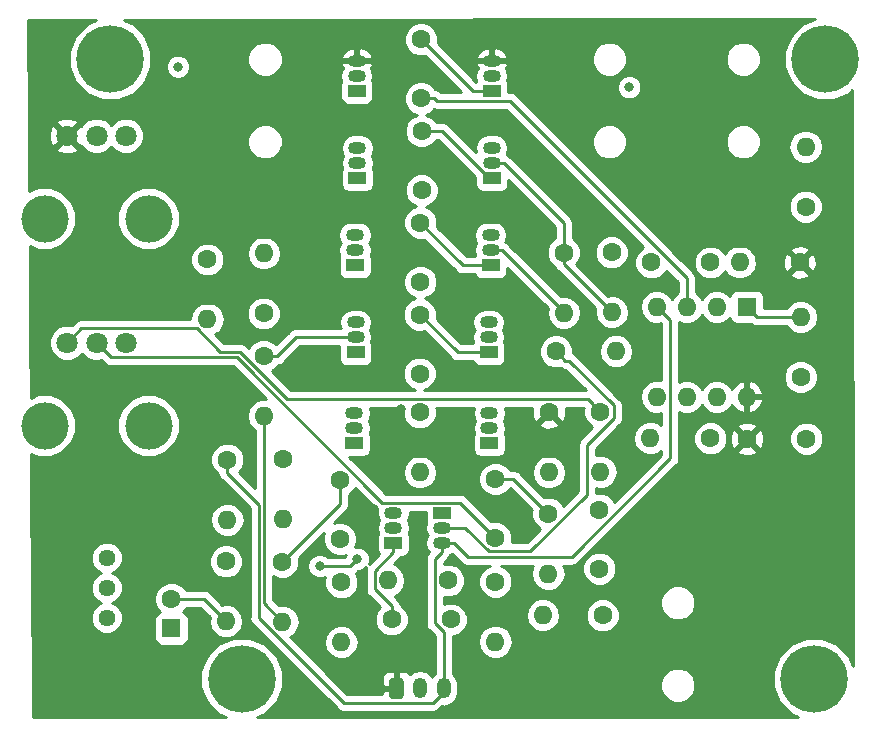
<source format=gbr>
G04 #@! TF.GenerationSoftware,KiCad,Pcbnew,(5.0.1)-rc2*
G04 #@! TF.CreationDate,2019-02-04T01:37:49-05:00*
G04 #@! TF.ProjectId,ladder_filter,6C61646465725F66696C7465722E6B69,rev?*
G04 #@! TF.SameCoordinates,Original*
G04 #@! TF.FileFunction,Copper,L2,Bot,Signal*
G04 #@! TF.FilePolarity,Positive*
%FSLAX46Y46*%
G04 Gerber Fmt 4.6, Leading zero omitted, Abs format (unit mm)*
G04 Created by KiCad (PCBNEW (5.0.1)-rc2) date 2/4/2019 1:37:49 AM*
%MOMM*%
%LPD*%
G01*
G04 APERTURE LIST*
G04 #@! TA.AperFunction,ComponentPad*
%ADD10C,1.600000*%
G04 #@! TD*
G04 #@! TA.AperFunction,ComponentPad*
%ADD11R,1.600000X1.600000*%
G04 #@! TD*
G04 #@! TA.AperFunction,ComponentPad*
%ADD12C,5.700000*%
G04 #@! TD*
G04 #@! TA.AperFunction,Conductor*
%ADD13C,0.100000*%
G04 #@! TD*
G04 #@! TA.AperFunction,ComponentPad*
%ADD14C,1.200000*%
G04 #@! TD*
G04 #@! TA.AperFunction,ComponentPad*
%ADD15O,1.200000X1.750000*%
G04 #@! TD*
G04 #@! TA.AperFunction,ComponentPad*
%ADD16O,1.500000X1.050000*%
G04 #@! TD*
G04 #@! TA.AperFunction,ComponentPad*
%ADD17R,1.500000X1.050000*%
G04 #@! TD*
G04 #@! TA.AperFunction,ComponentPad*
%ADD18O,1.600000X1.600000*%
G04 #@! TD*
G04 #@! TA.AperFunction,ComponentPad*
%ADD19C,1.800000*%
G04 #@! TD*
G04 #@! TA.AperFunction,WasherPad*
%ADD20C,4.000000*%
G04 #@! TD*
G04 #@! TA.AperFunction,ComponentPad*
%ADD21C,1.440000*%
G04 #@! TD*
G04 #@! TA.AperFunction,ViaPad*
%ADD22C,0.800000*%
G04 #@! TD*
G04 #@! TA.AperFunction,Conductor*
%ADD23C,0.250000*%
G04 #@! TD*
G04 #@! TA.AperFunction,Conductor*
%ADD24C,0.254000*%
G04 #@! TD*
G04 APERTURE END LIST*
D10*
G04 #@! TO.P,C1,2*
G04 #@! TO.N,Net-(C1-Pad2)*
X160629600Y-71708000D03*
G04 #@! TO.P,C1,1*
G04 #@! TO.N,Net-(C1-Pad1)*
X160629600Y-76708000D03*
G04 #@! TD*
D11*
G04 #@! TO.P,C2,1*
G04 #@! TO.N,Net-(C2-Pad1)*
X146354800Y-84277200D03*
D10*
G04 #@! TO.P,C2,2*
G04 #@! TO.N,GND*
X146354800Y-81777200D03*
G04 #@! TD*
G04 #@! TO.P,C3,1*
G04 #@! TO.N,Net-(C3-Pad1)*
X164998400Y-83515200D03*
G04 #@! TO.P,C3,2*
G04 #@! TO.N,Net-(C3-Pad2)*
X169998400Y-83515200D03*
G04 #@! TD*
G04 #@! TO.P,C4,1*
G04 #@! TO.N,Net-(C4-Pad1)*
X167487600Y-34391600D03*
G04 #@! TO.P,C4,2*
G04 #@! TO.N,Net-(C4-Pad2)*
X167487600Y-39391600D03*
G04 #@! TD*
G04 #@! TO.P,C5,1*
G04 #@! TO.N,Net-(C5-Pad1)*
X167538400Y-42164000D03*
G04 #@! TO.P,C5,2*
G04 #@! TO.N,Net-(C5-Pad2)*
X167538400Y-47164000D03*
G04 #@! TD*
G04 #@! TO.P,C6,2*
G04 #@! TO.N,Net-(C6-Pad2)*
X167436800Y-54936400D03*
G04 #@! TO.P,C6,1*
G04 #@! TO.N,Net-(C6-Pad1)*
X167436800Y-49936400D03*
G04 #@! TD*
G04 #@! TO.P,C7,2*
G04 #@! TO.N,Net-(C7-Pad2)*
X167386000Y-62708800D03*
G04 #@! TO.P,C7,1*
G04 #@! TO.N,Net-(C7-Pad1)*
X167386000Y-57708800D03*
G04 #@! TD*
G04 #@! TO.P,C8,1*
G04 #@! TO.N,GND*
X200101200Y-68224400D03*
G04 #@! TO.P,C8,2*
G04 #@! TO.N,+9V*
X195101200Y-68224400D03*
G04 #@! TD*
G04 #@! TO.P,C9,2*
G04 #@! TO.N,GND*
X191994800Y-53289200D03*
G04 #@! TO.P,C9,1*
G04 #@! TO.N,-9V*
X186994800Y-53289200D03*
G04 #@! TD*
G04 #@! TO.P,C10,2*
G04 #@! TO.N,Net-(C10-Pad2)*
X173786800Y-76628000D03*
G04 #@! TO.P,C10,1*
G04 #@! TO.N,Res_Input*
X173786800Y-71628000D03*
G04 #@! TD*
G04 #@! TO.P,C11,1*
G04 #@! TO.N,Net-(C11-Pad1)*
X182575200Y-74218800D03*
G04 #@! TO.P,C11,2*
G04 #@! TO.N,Net-(C11-Pad2)*
X182575200Y-79218800D03*
G04 #@! TD*
D12*
G04 #@! TO.P,H1,1*
G04 #@! TO.N,GND*
X152298400Y-88544400D03*
G04 #@! TD*
G04 #@! TO.P,H2,1*
G04 #@! TO.N,GND*
X141173200Y-36068000D03*
G04 #@! TD*
G04 #@! TO.P,H3,1*
G04 #@! TO.N,GND*
X200761600Y-88544400D03*
G04 #@! TD*
G04 #@! TO.P,H4,1*
G04 #@! TO.N,GND*
X201726800Y-36068000D03*
G04 #@! TD*
D13*
G04 #@! TO.N,+9V*
G04 #@! TO.C,J5*
G36*
X165779305Y-88483404D02*
X165803573Y-88487004D01*
X165827372Y-88492965D01*
X165850471Y-88501230D01*
X165872650Y-88511720D01*
X165893693Y-88524332D01*
X165913399Y-88538947D01*
X165931577Y-88555423D01*
X165948053Y-88573601D01*
X165962668Y-88593307D01*
X165975280Y-88614350D01*
X165985770Y-88636529D01*
X165994035Y-88659628D01*
X165999996Y-88683427D01*
X166003596Y-88707695D01*
X166004800Y-88732199D01*
X166004800Y-89982201D01*
X166003596Y-90006705D01*
X165999996Y-90030973D01*
X165994035Y-90054772D01*
X165985770Y-90077871D01*
X165975280Y-90100050D01*
X165962668Y-90121093D01*
X165948053Y-90140799D01*
X165931577Y-90158977D01*
X165913399Y-90175453D01*
X165893693Y-90190068D01*
X165872650Y-90202680D01*
X165850471Y-90213170D01*
X165827372Y-90221435D01*
X165803573Y-90227396D01*
X165779305Y-90230996D01*
X165754801Y-90232200D01*
X165054799Y-90232200D01*
X165030295Y-90230996D01*
X165006027Y-90227396D01*
X164982228Y-90221435D01*
X164959129Y-90213170D01*
X164936950Y-90202680D01*
X164915907Y-90190068D01*
X164896201Y-90175453D01*
X164878023Y-90158977D01*
X164861547Y-90140799D01*
X164846932Y-90121093D01*
X164834320Y-90100050D01*
X164823830Y-90077871D01*
X164815565Y-90054772D01*
X164809604Y-90030973D01*
X164806004Y-90006705D01*
X164804800Y-89982201D01*
X164804800Y-88732199D01*
X164806004Y-88707695D01*
X164809604Y-88683427D01*
X164815565Y-88659628D01*
X164823830Y-88636529D01*
X164834320Y-88614350D01*
X164846932Y-88593307D01*
X164861547Y-88573601D01*
X164878023Y-88555423D01*
X164896201Y-88538947D01*
X164915907Y-88524332D01*
X164936950Y-88511720D01*
X164959129Y-88501230D01*
X164982228Y-88492965D01*
X165006027Y-88487004D01*
X165030295Y-88483404D01*
X165054799Y-88482200D01*
X165754801Y-88482200D01*
X165779305Y-88483404D01*
X165779305Y-88483404D01*
G37*
D14*
G04 #@! TD*
G04 #@! TO.P,J5,1*
G04 #@! TO.N,+9V*
X165404800Y-89357200D03*
D15*
G04 #@! TO.P,J5,2*
G04 #@! TO.N,GND*
X167404800Y-89357200D03*
G04 #@! TO.P,J5,3*
G04 #@! TO.N,-9V*
X169404800Y-89357200D03*
G04 #@! TD*
D16*
G04 #@! TO.P,Q1,2*
G04 #@! TO.N,Net-(Q1-Pad2)*
X169265600Y-75742800D03*
G04 #@! TO.P,Q1,3*
G04 #@! TO.N,-9V*
X169265600Y-77012800D03*
D17*
G04 #@! TO.P,Q1,1*
G04 #@! TO.N,Net-(C3-Pad2)*
X169265600Y-74472800D03*
G04 #@! TD*
D16*
G04 #@! TO.P,Q2,2*
G04 #@! TO.N,Net-(C1-Pad2)*
X161848800Y-67310000D03*
G04 #@! TO.P,Q2,3*
G04 #@! TO.N,Net-(C7-Pad2)*
X161848800Y-66040000D03*
D17*
G04 #@! TO.P,Q2,1*
G04 #@! TO.N,Net-(Q12-Pad1)*
X161848800Y-68580000D03*
G04 #@! TD*
G04 #@! TO.P,Q3,1*
G04 #@! TO.N,Net-(C4-Pad2)*
X162052000Y-38760400D03*
D16*
G04 #@! TO.P,Q3,3*
G04 #@! TO.N,+9V*
X162052000Y-36220400D03*
G04 #@! TO.P,Q3,2*
G04 #@! TO.N,Net-(Q3-Pad2)*
X162052000Y-37490400D03*
G04 #@! TD*
G04 #@! TO.P,Q4,2*
G04 #@! TO.N,Net-(Q4-Pad2)*
X162102800Y-44873333D03*
G04 #@! TO.P,Q4,3*
G04 #@! TO.N,Net-(C4-Pad2)*
X162102800Y-43603333D03*
D17*
G04 #@! TO.P,Q4,1*
G04 #@! TO.N,Net-(C5-Pad2)*
X162102800Y-46143333D03*
G04 #@! TD*
D16*
G04 #@! TO.P,Q5,2*
G04 #@! TO.N,Net-(Q10-Pad2)*
X161899600Y-52256266D03*
G04 #@! TO.P,Q5,3*
G04 #@! TO.N,Net-(C5-Pad2)*
X161899600Y-50986266D03*
D17*
G04 #@! TO.P,Q5,1*
G04 #@! TO.N,Net-(C6-Pad2)*
X161899600Y-53526266D03*
G04 #@! TD*
G04 #@! TO.P,Q6,1*
G04 #@! TO.N,Net-(C7-Pad2)*
X161950400Y-60909200D03*
D16*
G04 #@! TO.P,Q6,3*
G04 #@! TO.N,Net-(C6-Pad2)*
X161950400Y-58369200D03*
G04 #@! TO.P,Q6,2*
G04 #@! TO.N,Net-(Q11-Pad2)*
X161950400Y-59639200D03*
G04 #@! TD*
D17*
G04 #@! TO.P,Q7,1*
G04 #@! TO.N,Net-(C3-Pad1)*
X165150800Y-77012800D03*
D16*
G04 #@! TO.P,Q7,3*
G04 #@! TO.N,Net-(Q7-Pad3)*
X165150800Y-74472800D03*
G04 #@! TO.P,Q7,2*
G04 #@! TO.N,Net-(C3-Pad2)*
X165150800Y-75742800D03*
G04 #@! TD*
G04 #@! TO.P,Q8,2*
G04 #@! TO.N,Net-(Q3-Pad2)*
X173482000Y-37490400D03*
G04 #@! TO.P,Q8,3*
G04 #@! TO.N,+9V*
X173482000Y-36220400D03*
D17*
G04 #@! TO.P,Q8,1*
G04 #@! TO.N,Net-(C4-Pad1)*
X173482000Y-38760400D03*
G04 #@! TD*
G04 #@! TO.P,Q9,1*
G04 #@! TO.N,Net-(C5-Pad1)*
X173482000Y-46143333D03*
D16*
G04 #@! TO.P,Q9,3*
G04 #@! TO.N,Net-(C4-Pad1)*
X173482000Y-43603333D03*
G04 #@! TO.P,Q9,2*
G04 #@! TO.N,Net-(Q4-Pad2)*
X173482000Y-44873333D03*
G04 #@! TD*
D17*
G04 #@! TO.P,Q10,1*
G04 #@! TO.N,Net-(C6-Pad1)*
X173380400Y-53526266D03*
D16*
G04 #@! TO.P,Q10,3*
G04 #@! TO.N,Net-(C5-Pad1)*
X173380400Y-50986266D03*
G04 #@! TO.P,Q10,2*
G04 #@! TO.N,Net-(Q10-Pad2)*
X173380400Y-52256266D03*
G04 #@! TD*
G04 #@! TO.P,Q11,2*
G04 #@! TO.N,Net-(Q11-Pad2)*
X173228000Y-59639200D03*
G04 #@! TO.P,Q11,3*
G04 #@! TO.N,Net-(C6-Pad1)*
X173228000Y-58369200D03*
D17*
G04 #@! TO.P,Q11,1*
G04 #@! TO.N,Net-(C7-Pad1)*
X173228000Y-60909200D03*
G04 #@! TD*
G04 #@! TO.P,Q12,1*
G04 #@! TO.N,Net-(Q12-Pad1)*
X173278800Y-68580000D03*
D16*
G04 #@! TO.P,Q12,3*
G04 #@! TO.N,Net-(C7-Pad1)*
X173278800Y-66040000D03*
G04 #@! TO.P,Q12,2*
G04 #@! TO.N,Res_Input*
X173278800Y-67310000D03*
G04 #@! TD*
D18*
G04 #@! TO.P,R1,2*
G04 #@! TO.N,GND*
X150977600Y-83667600D03*
D10*
G04 #@! TO.P,R1,1*
G04 #@! TO.N,Net-(R1-Pad1)*
X150977600Y-78587600D03*
G04 #@! TD*
G04 #@! TO.P,R2,1*
G04 #@! TO.N,-9V*
X151079200Y-70002400D03*
D18*
G04 #@! TO.P,R2,2*
G04 #@! TO.N,Net-(R2-Pad2)*
X151079200Y-75082400D03*
G04 #@! TD*
D10*
G04 #@! TO.P,R3,1*
G04 #@! TO.N,Net-(Q1-Pad2)*
X155803600Y-69951600D03*
D18*
G04 #@! TO.P,R3,2*
G04 #@! TO.N,Net-(R3-Pad2)*
X155803600Y-75031600D03*
G04 #@! TD*
G04 #@! TO.P,R4,2*
G04 #@! TO.N,VCF_EXP_CV*
X183997600Y-60807600D03*
D10*
G04 #@! TO.P,R4,1*
G04 #@! TO.N,Net-(Q1-Pad2)*
X178917600Y-60807600D03*
G04 #@! TD*
D18*
G04 #@! TO.P,R5,2*
G04 #@! TO.N,Net-(R5-Pad2)*
X160731200Y-85445600D03*
D10*
G04 #@! TO.P,R5,1*
G04 #@! TO.N,Net-(Q1-Pad2)*
X160731200Y-80365600D03*
G04 #@! TD*
G04 #@! TO.P,R6,1*
G04 #@! TO.N,Net-(Q1-Pad2)*
X200050400Y-48564800D03*
D18*
G04 #@! TO.P,R6,2*
G04 #@! TO.N,VCF_mod*
X200050400Y-43484800D03*
G04 #@! TD*
G04 #@! TO.P,R7,2*
G04 #@! TO.N,VCF_In*
X154178000Y-52527200D03*
D10*
G04 #@! TO.P,R7,1*
G04 #@! TO.N,Net-(C1-Pad1)*
X154178000Y-57607200D03*
G04 #@! TD*
G04 #@! TO.P,R8,1*
G04 #@! TO.N,Net-(Q1-Pad2)*
X169773600Y-80213200D03*
D18*
G04 #@! TO.P,R8,2*
G04 #@! TO.N,GND*
X164693600Y-80213200D03*
G04 #@! TD*
G04 #@! TO.P,R9,2*
G04 #@! TO.N,Net-(C3-Pad2)*
X178308000Y-71069200D03*
D10*
G04 #@! TO.P,R9,1*
G04 #@! TO.N,+9V*
X178308000Y-65989200D03*
G04 #@! TD*
D18*
G04 #@! TO.P,R10,2*
G04 #@! TO.N,Net-(Q3-Pad2)*
X194462400Y-53289200D03*
D10*
G04 #@! TO.P,R10,1*
G04 #@! TO.N,+9V*
X199542400Y-53289200D03*
G04 #@! TD*
G04 #@! TO.P,R11,1*
G04 #@! TO.N,Net-(Q3-Pad2)*
X183642000Y-52425600D03*
D18*
G04 #@! TO.P,R11,2*
G04 #@! TO.N,Net-(Q4-Pad2)*
X183642000Y-57505600D03*
G04 #@! TD*
G04 #@! TO.P,R12,2*
G04 #@! TO.N,Net-(Q10-Pad2)*
X179578000Y-57556400D03*
D10*
G04 #@! TO.P,R12,1*
G04 #@! TO.N,Net-(Q4-Pad2)*
X179578000Y-52476400D03*
G04 #@! TD*
G04 #@! TO.P,R13,1*
G04 #@! TO.N,Net-(Q10-Pad2)*
X149402800Y-53035200D03*
D18*
G04 #@! TO.P,R13,2*
G04 #@! TO.N,Net-(Q11-Pad2)*
X149402800Y-58115200D03*
G04 #@! TD*
G04 #@! TO.P,R14,2*
G04 #@! TO.N,Net-(C2-Pad1)*
X154178000Y-66294000D03*
D10*
G04 #@! TO.P,R14,1*
G04 #@! TO.N,Net-(Q11-Pad2)*
X154178000Y-61214000D03*
G04 #@! TD*
G04 #@! TO.P,R15,1*
G04 #@! TO.N,Net-(C2-Pad1)*
X173786800Y-80314800D03*
D18*
G04 #@! TO.P,R15,2*
G04 #@! TO.N,GND*
X173786800Y-85394800D03*
G04 #@! TD*
G04 #@! TO.P,R16,2*
G04 #@! TO.N,Net-(C2-Pad1)*
X155752800Y-83718400D03*
D10*
G04 #@! TO.P,R16,1*
G04 #@! TO.N,Net-(C1-Pad2)*
X155752800Y-78638400D03*
G04 #@! TD*
G04 #@! TO.P,R17,1*
G04 #@! TO.N,Net-(Q12-Pad1)*
X167386000Y-65989200D03*
D18*
G04 #@! TO.P,R17,2*
G04 #@! TO.N,Net-(Q7-Pad3)*
X167386000Y-71069200D03*
G04 #@! TD*
G04 #@! TO.P,R18,2*
G04 #@! TO.N,Net-(C2-Pad1)*
X178257200Y-79654400D03*
D10*
G04 #@! TO.P,R18,1*
G04 #@! TO.N,Res_Input*
X178257200Y-74574400D03*
G04 #@! TD*
G04 #@! TO.P,R19,1*
G04 #@! TO.N,Net-(R19-Pad1)*
X199644000Y-62992000D03*
D18*
G04 #@! TO.P,R19,2*
G04 #@! TO.N,Net-(R19-Pad2)*
X199644000Y-57912000D03*
G04 #@! TD*
G04 #@! TO.P,R20,2*
G04 #@! TO.N,Net-(R19-Pad1)*
X186893200Y-68173600D03*
D10*
G04 #@! TO.P,R20,1*
G04 #@! TO.N,Net-(C11-Pad1)*
X191973200Y-68173600D03*
G04 #@! TD*
G04 #@! TO.P,R21,1*
G04 #@! TO.N,Net-(R21-Pad1)*
X182676800Y-65938400D03*
D18*
G04 #@! TO.P,R21,2*
G04 #@! TO.N,Net-(C11-Pad1)*
X182676800Y-71018400D03*
G04 #@! TD*
D10*
G04 #@! TO.P,R22,1*
G04 #@! TO.N,VCF_Out*
X182880000Y-83159600D03*
D18*
G04 #@! TO.P,R22,2*
G04 #@! TO.N,Net-(C11-Pad2)*
X177800000Y-83159600D03*
G04 #@! TD*
D19*
G04 #@! TO.P,RV1,3*
G04 #@! TO.N,-9V*
X142515600Y-42570400D03*
G04 #@! TO.P,RV1,2*
G04 #@! TO.N,Net-(R5-Pad2)*
X140015600Y-42570400D03*
G04 #@! TO.P,RV1,1*
G04 #@! TO.N,+9V*
X137515600Y-42570400D03*
D20*
G04 #@! TO.P,RV1,*
G04 #@! TO.N,*
X144415600Y-49570400D03*
X135615600Y-49570400D03*
G04 #@! TD*
D21*
G04 #@! TO.P,RV2,1*
G04 #@! TO.N,Net-(R1-Pad1)*
X140868400Y-83362800D03*
G04 #@! TO.P,RV2,2*
G04 #@! TO.N,Net-(R3-Pad2)*
X140868400Y-80822800D03*
G04 #@! TO.P,RV2,3*
G04 #@! TO.N,Net-(R2-Pad2)*
X140868400Y-78282800D03*
G04 #@! TD*
D20*
G04 #@! TO.P,RV3,*
G04 #@! TO.N,*
X135615600Y-67096400D03*
X144415600Y-67096400D03*
D19*
G04 #@! TO.P,RV3,1*
G04 #@! TO.N,Net-(R21-Pad1)*
X137515600Y-60096400D03*
G04 #@! TO.P,RV3,2*
G04 #@! TO.N,Net-(C10-Pad2)*
X140015600Y-60096400D03*
G04 #@! TO.P,RV3,3*
G04 #@! TO.N,GND*
X142515600Y-60096400D03*
G04 #@! TD*
D11*
G04 #@! TO.P,U1,1*
G04 #@! TO.N,Net-(R19-Pad2)*
X195072000Y-57048400D03*
D18*
G04 #@! TO.P,U1,5*
G04 #@! TO.N,Net-(C4-Pad1)*
X187452000Y-64668400D03*
G04 #@! TO.P,U1,2*
G04 #@! TO.N,Net-(R19-Pad2)*
X192532000Y-57048400D03*
G04 #@! TO.P,U1,6*
G04 #@! TO.N,Net-(R19-Pad1)*
X189992000Y-64668400D03*
G04 #@! TO.P,U1,3*
G04 #@! TO.N,Net-(C4-Pad2)*
X189992000Y-57048400D03*
G04 #@! TO.P,U1,7*
G04 #@! TO.N,Net-(C11-Pad1)*
X192532000Y-64668400D03*
G04 #@! TO.P,U1,4*
G04 #@! TO.N,-9V*
X187452000Y-57048400D03*
G04 #@! TO.P,U1,8*
G04 #@! TO.N,+9V*
X195072000Y-64668400D03*
G04 #@! TD*
D22*
G04 #@! TO.N,GND*
X146913600Y-36728400D03*
X185115200Y-38455600D03*
X158902400Y-78994000D03*
X162102800Y-78384400D03*
G04 #@! TO.N,+9V*
X163525200Y-74168000D03*
X165760400Y-65684400D03*
X164693600Y-70002400D03*
X167436800Y-75590400D03*
G04 #@! TD*
D23*
G04 #@! TO.N,Net-(C1-Pad2)*
X160629600Y-73761600D02*
X160629600Y-71708000D01*
X155752800Y-78638400D02*
X160629600Y-73761600D01*
G04 #@! TO.N,Net-(C2-Pad1)*
X154178000Y-82143600D02*
X155752800Y-83718400D01*
X154178000Y-66294000D02*
X154178000Y-82143600D01*
G04 #@! TO.N,GND*
X149087200Y-81777200D02*
X146354800Y-81777200D01*
X150977600Y-83667600D02*
X149087200Y-81777200D01*
X161493200Y-78994000D02*
X162102800Y-78384400D01*
X158902400Y-78994000D02*
X161493200Y-78994000D01*
G04 #@! TO.N,Net-(C3-Pad1)*
X165150800Y-77787800D02*
X165150800Y-77012800D01*
X163568599Y-79370001D02*
X165150800Y-77787800D01*
X163568599Y-80954029D02*
X163568599Y-79370001D01*
X164998400Y-82383830D02*
X163568599Y-80954029D01*
X164998400Y-83515200D02*
X164998400Y-82383830D01*
G04 #@! TO.N,Net-(C4-Pad1)*
X171856400Y-38760400D02*
X173482000Y-38760400D01*
X167487600Y-34391600D02*
X171856400Y-38760400D01*
G04 #@! TO.N,Net-(C4-Pad2)*
X189992000Y-54621398D02*
X189992000Y-57048400D01*
X174981003Y-39610401D02*
X189992000Y-54621398D01*
X168837771Y-39610401D02*
X174981003Y-39610401D01*
X168618970Y-39391600D02*
X168837771Y-39610401D01*
X167487600Y-39391600D02*
X168618970Y-39391600D01*
G04 #@! TO.N,Net-(C5-Pad1)*
X173257000Y-46143333D02*
X173482000Y-46143333D01*
X169277667Y-42164000D02*
X173257000Y-46143333D01*
X167538400Y-42164000D02*
X169277667Y-42164000D01*
G04 #@! TO.N,Net-(C6-Pad1)*
X171026666Y-53526266D02*
X173380400Y-53526266D01*
X167436800Y-49936400D02*
X171026666Y-53526266D01*
G04 #@! TO.N,Net-(C7-Pad1)*
X170586400Y-60909200D02*
X173228000Y-60909200D01*
X167386000Y-57708800D02*
X170586400Y-60909200D01*
G04 #@! TO.N,+9V*
X165760400Y-68935600D02*
X164693600Y-70002400D01*
X165760400Y-65684400D02*
X165760400Y-68935600D01*
G04 #@! TO.N,-9V*
X169265600Y-77787800D02*
X169265600Y-77012800D01*
X168648599Y-78404801D02*
X169265600Y-77787800D01*
X168648599Y-83830401D02*
X168648599Y-78404801D01*
X169404800Y-84586602D02*
X168648599Y-83830401D01*
X169404800Y-89357200D02*
X169404800Y-84586602D01*
X169404800Y-89632200D02*
X169404800Y-89357200D01*
X160926608Y-90557210D02*
X168479790Y-90557210D01*
X153727990Y-83358592D02*
X160926608Y-90557210D01*
X153727990Y-73782560D02*
X153727990Y-83358592D01*
X168479790Y-90557210D02*
X169404800Y-89632200D01*
X151079200Y-71133770D02*
X153727990Y-73782560D01*
X151079200Y-70002400D02*
X151079200Y-71133770D01*
X188577001Y-58173401D02*
X188251999Y-57848399D01*
X188251999Y-57848399D02*
X187452000Y-57048400D01*
X188577001Y-69882001D02*
X188577001Y-58173401D01*
X180255991Y-78203011D02*
X188577001Y-69882001D01*
X171455811Y-78203011D02*
X180255991Y-78203011D01*
X170265600Y-77012800D02*
X171455811Y-78203011D01*
X169265600Y-77012800D02*
X170265600Y-77012800D01*
G04 #@! TO.N,Net-(C10-Pad2)*
X140915599Y-60996399D02*
X140015600Y-60096400D01*
X141240601Y-61321401D02*
X140915599Y-60996399D01*
X151908003Y-61321401D02*
X141240601Y-61321401D01*
X164209401Y-73622799D02*
X151908003Y-61321401D01*
X170781599Y-73622799D02*
X164209401Y-73622799D01*
X173786800Y-76628000D02*
X170781599Y-73622799D01*
G04 #@! TO.N,Res_Input*
X175310800Y-71628000D02*
X178257200Y-74574400D01*
X173786800Y-71628000D02*
X175310800Y-71628000D01*
G04 #@! TO.N,Net-(Q1-Pad2)*
X179717599Y-61607599D02*
X178917600Y-60807600D01*
X183801801Y-66478401D02*
X183801801Y-65398399D01*
X181551799Y-68728403D02*
X183801801Y-66478401D01*
X181551799Y-72944803D02*
X181551799Y-68728403D01*
X183801801Y-65398399D02*
X180011001Y-61607599D01*
X176743601Y-77753001D02*
X181551799Y-72944803D01*
X173246799Y-77753001D02*
X176743601Y-77753001D01*
X180011001Y-61607599D02*
X179717599Y-61607599D01*
X171236598Y-75742800D02*
X173246799Y-77753001D01*
X169265600Y-75742800D02*
X171236598Y-75742800D01*
G04 #@! TO.N,Net-(Q4-Pad2)*
X179578000Y-51345030D02*
X179578000Y-52476400D01*
X179578000Y-49969333D02*
X179578000Y-51345030D01*
X174482000Y-44873333D02*
X179578000Y-49969333D01*
X173482000Y-44873333D02*
X174482000Y-44873333D01*
X179578000Y-53441600D02*
X179578000Y-52476400D01*
X183642000Y-57505600D02*
X179578000Y-53441600D01*
G04 #@! TO.N,Net-(Q10-Pad2)*
X179578000Y-57453866D02*
X179578000Y-57556400D01*
X174380400Y-52256266D02*
X179578000Y-57453866D01*
X173380400Y-52256266D02*
X174380400Y-52256266D01*
G04 #@! TO.N,Net-(Q11-Pad2)*
X160950400Y-59639200D02*
X161950400Y-59639200D01*
X156884170Y-59639200D02*
X160950400Y-59639200D01*
X155309370Y-61214000D02*
X156884170Y-59639200D01*
X154178000Y-61214000D02*
X155309370Y-61214000D01*
G04 #@! TO.N,Net-(R19-Pad2)*
X195935600Y-57912000D02*
X195072000Y-57048400D01*
X199644000Y-57912000D02*
X195935600Y-57912000D01*
G04 #@! TO.N,Net-(R21-Pad1)*
X181876801Y-65138401D02*
X182676800Y-65938400D01*
X181602599Y-64864199D02*
X181876801Y-65138401D01*
X156163197Y-64864199D02*
X181602599Y-64864199D01*
X150493989Y-60871391D02*
X152170389Y-60871391D01*
X152170389Y-60871391D02*
X156163197Y-64864199D01*
X148493997Y-58871399D02*
X150493989Y-60871391D01*
X138740601Y-58871399D02*
X148493997Y-58871399D01*
X137515600Y-60096400D02*
X138740601Y-58871399D01*
G04 #@! TD*
D24*
G04 #@! TO.N,+9V*
G36*
X199752706Y-33113560D02*
X198772360Y-34093906D01*
X198241800Y-35374790D01*
X198241800Y-36761210D01*
X198772360Y-38042094D01*
X199752706Y-39022440D01*
X201033590Y-39553000D01*
X202420010Y-39553000D01*
X203700894Y-39022440D01*
X203998029Y-38725305D01*
X204081395Y-87452350D01*
X203716040Y-86570306D01*
X202735694Y-85589960D01*
X201454810Y-85059400D01*
X200068390Y-85059400D01*
X198787506Y-85589960D01*
X197807160Y-86570306D01*
X197276600Y-87851190D01*
X197276600Y-89237610D01*
X197807160Y-90518494D01*
X198787506Y-91498840D01*
X199442626Y-91770200D01*
X153617374Y-91770200D01*
X154272494Y-91498840D01*
X155252840Y-90518494D01*
X155783400Y-89237610D01*
X155783400Y-87851190D01*
X155252840Y-86570306D01*
X154272494Y-85589960D01*
X152991610Y-85059400D01*
X151605190Y-85059400D01*
X150324306Y-85589960D01*
X149343960Y-86570306D01*
X148813400Y-87851190D01*
X148813400Y-89237610D01*
X149343960Y-90518494D01*
X150324306Y-91498840D01*
X150979426Y-91770200D01*
X134593840Y-91770200D01*
X134511252Y-78013274D01*
X139513400Y-78013274D01*
X139513400Y-78552326D01*
X139719686Y-79050346D01*
X140100854Y-79431514D01*
X140393665Y-79552800D01*
X140100854Y-79674086D01*
X139719686Y-80055254D01*
X139513400Y-80553274D01*
X139513400Y-81092326D01*
X139719686Y-81590346D01*
X140100854Y-81971514D01*
X140393665Y-82092800D01*
X140100854Y-82214086D01*
X139719686Y-82595254D01*
X139513400Y-83093274D01*
X139513400Y-83632326D01*
X139719686Y-84130346D01*
X140100854Y-84511514D01*
X140598874Y-84717800D01*
X141137926Y-84717800D01*
X141635946Y-84511514D01*
X142017114Y-84130346D01*
X142223400Y-83632326D01*
X142223400Y-83477200D01*
X144907360Y-83477200D01*
X144907360Y-85077200D01*
X144956643Y-85324965D01*
X145096991Y-85535009D01*
X145307035Y-85675357D01*
X145554800Y-85724640D01*
X147154800Y-85724640D01*
X147402565Y-85675357D01*
X147612609Y-85535009D01*
X147752957Y-85324965D01*
X147802240Y-85077200D01*
X147802240Y-83477200D01*
X147752957Y-83229435D01*
X147612609Y-83019391D01*
X147402565Y-82879043D01*
X147302297Y-82859099D01*
X147571334Y-82590062D01*
X147593230Y-82537200D01*
X148772399Y-82537200D01*
X149578912Y-83343714D01*
X149514487Y-83667600D01*
X149625860Y-84227509D01*
X149943023Y-84702177D01*
X150417691Y-85019340D01*
X150836267Y-85102600D01*
X151118933Y-85102600D01*
X151537509Y-85019340D01*
X152012177Y-84702177D01*
X152329340Y-84227509D01*
X152440713Y-83667600D01*
X152329340Y-83107691D01*
X152012177Y-82633023D01*
X151537509Y-82315860D01*
X151118933Y-82232600D01*
X150836267Y-82232600D01*
X150653714Y-82268912D01*
X149677531Y-81292730D01*
X149635129Y-81229271D01*
X149383737Y-81061296D01*
X149162052Y-81017200D01*
X149162047Y-81017200D01*
X149087200Y-81002312D01*
X149012353Y-81017200D01*
X147593230Y-81017200D01*
X147571334Y-80964338D01*
X147167662Y-80560666D01*
X146640239Y-80342200D01*
X146069361Y-80342200D01*
X145541938Y-80560666D01*
X145138266Y-80964338D01*
X144919800Y-81491761D01*
X144919800Y-82062639D01*
X145138266Y-82590062D01*
X145407303Y-82859099D01*
X145307035Y-82879043D01*
X145096991Y-83019391D01*
X144956643Y-83229435D01*
X144907360Y-83477200D01*
X142223400Y-83477200D01*
X142223400Y-83093274D01*
X142017114Y-82595254D01*
X141635946Y-82214086D01*
X141343135Y-82092800D01*
X141635946Y-81971514D01*
X142017114Y-81590346D01*
X142223400Y-81092326D01*
X142223400Y-80553274D01*
X142017114Y-80055254D01*
X141635946Y-79674086D01*
X141343135Y-79552800D01*
X141635946Y-79431514D01*
X142017114Y-79050346D01*
X142223400Y-78552326D01*
X142223400Y-78302161D01*
X149542600Y-78302161D01*
X149542600Y-78873039D01*
X149761066Y-79400462D01*
X150164738Y-79804134D01*
X150692161Y-80022600D01*
X151263039Y-80022600D01*
X151790462Y-79804134D01*
X152194134Y-79400462D01*
X152412600Y-78873039D01*
X152412600Y-78302161D01*
X152194134Y-77774738D01*
X151790462Y-77371066D01*
X151263039Y-77152600D01*
X150692161Y-77152600D01*
X150164738Y-77371066D01*
X149761066Y-77774738D01*
X149542600Y-78302161D01*
X142223400Y-78302161D01*
X142223400Y-78013274D01*
X142017114Y-77515254D01*
X141635946Y-77134086D01*
X141137926Y-76927800D01*
X140598874Y-76927800D01*
X140100854Y-77134086D01*
X139719686Y-77515254D01*
X139513400Y-78013274D01*
X134511252Y-78013274D01*
X134493657Y-75082400D01*
X149616087Y-75082400D01*
X149727460Y-75642309D01*
X150044623Y-76116977D01*
X150519291Y-76434140D01*
X150937867Y-76517400D01*
X151220533Y-76517400D01*
X151639109Y-76434140D01*
X152113777Y-76116977D01*
X152430940Y-75642309D01*
X152542313Y-75082400D01*
X152430940Y-74522491D01*
X152113777Y-74047823D01*
X151639109Y-73730660D01*
X151220533Y-73647400D01*
X150937867Y-73647400D01*
X150519291Y-73730660D01*
X150044623Y-74047823D01*
X149727460Y-74522491D01*
X149616087Y-75082400D01*
X134493657Y-75082400D01*
X134459961Y-69469822D01*
X135091466Y-69731400D01*
X136139734Y-69731400D01*
X137108208Y-69330245D01*
X137849445Y-68589008D01*
X138250600Y-67620534D01*
X138250600Y-66572266D01*
X141780600Y-66572266D01*
X141780600Y-67620534D01*
X142181755Y-68589008D01*
X142922992Y-69330245D01*
X143891466Y-69731400D01*
X144939734Y-69731400D01*
X145908208Y-69330245D01*
X146649445Y-68589008D01*
X147050600Y-67620534D01*
X147050600Y-66572266D01*
X146649445Y-65603792D01*
X145908208Y-64862555D01*
X144939734Y-64461400D01*
X143891466Y-64461400D01*
X142922992Y-64862555D01*
X142181755Y-65603792D01*
X141780600Y-66572266D01*
X138250600Y-66572266D01*
X137849445Y-65603792D01*
X137108208Y-64862555D01*
X136139734Y-64461400D01*
X135091466Y-64461400D01*
X134431534Y-64734753D01*
X134401856Y-59791070D01*
X135980600Y-59791070D01*
X135980600Y-60401730D01*
X136214290Y-60965907D01*
X136646093Y-61397710D01*
X137210270Y-61631400D01*
X137820930Y-61631400D01*
X138385107Y-61397710D01*
X138765600Y-61017217D01*
X139146093Y-61397710D01*
X139710270Y-61631400D01*
X140320930Y-61631400D01*
X140430438Y-61586040D01*
X140431126Y-61586728D01*
X140431129Y-61586730D01*
X140650270Y-61805871D01*
X140692672Y-61869330D01*
X140944064Y-62037305D01*
X141165749Y-62081401D01*
X141165753Y-62081401D01*
X141240600Y-62096289D01*
X141315447Y-62081401D01*
X151593202Y-62081401D01*
X154383580Y-64871780D01*
X154319333Y-64859000D01*
X154036667Y-64859000D01*
X153618091Y-64942260D01*
X153143423Y-65259423D01*
X152826260Y-65734091D01*
X152714887Y-66294000D01*
X152826260Y-66853909D01*
X153143423Y-67328577D01*
X153418000Y-67512044D01*
X153418000Y-72397769D01*
X152065614Y-71045382D01*
X152295734Y-70815262D01*
X152514200Y-70287839D01*
X152514200Y-69716961D01*
X152295734Y-69189538D01*
X151892062Y-68785866D01*
X151364639Y-68567400D01*
X150793761Y-68567400D01*
X150266338Y-68785866D01*
X149862666Y-69189538D01*
X149644200Y-69716961D01*
X149644200Y-70287839D01*
X149862666Y-70815262D01*
X150266338Y-71218934D01*
X150326183Y-71243723D01*
X150363297Y-71430307D01*
X150531272Y-71681699D01*
X150594728Y-71724099D01*
X152967990Y-74097362D01*
X152967991Y-83283740D01*
X152953102Y-83358592D01*
X153012087Y-83655129D01*
X153116729Y-83811736D01*
X153180062Y-83906521D01*
X153243518Y-83948921D01*
X160336279Y-91041683D01*
X160378679Y-91105139D01*
X160630071Y-91273114D01*
X160851756Y-91317210D01*
X160851760Y-91317210D01*
X160926607Y-91332098D01*
X161001454Y-91317210D01*
X168404943Y-91317210D01*
X168479790Y-91332098D01*
X168554637Y-91317210D01*
X168554642Y-91317210D01*
X168776327Y-91273114D01*
X169027719Y-91105139D01*
X169070121Y-91041680D01*
X169250999Y-90860802D01*
X169404800Y-90891395D01*
X169886673Y-90795544D01*
X170295185Y-90522585D01*
X170568144Y-90114072D01*
X170639800Y-89753835D01*
X170639800Y-88960564D01*
X170607587Y-88798615D01*
X187745000Y-88798615D01*
X187745000Y-89389385D01*
X187971078Y-89935185D01*
X188388815Y-90352922D01*
X188934615Y-90579000D01*
X189525385Y-90579000D01*
X190071185Y-90352922D01*
X190488922Y-89935185D01*
X190715000Y-89389385D01*
X190715000Y-88798615D01*
X190488922Y-88252815D01*
X190071185Y-87835078D01*
X189525385Y-87609000D01*
X188934615Y-87609000D01*
X188388815Y-87835078D01*
X187971078Y-88252815D01*
X187745000Y-88798615D01*
X170607587Y-88798615D01*
X170568144Y-88600327D01*
X170295185Y-88191815D01*
X170164800Y-88104695D01*
X170164800Y-85394800D01*
X172323687Y-85394800D01*
X172435060Y-85954709D01*
X172752223Y-86429377D01*
X173226891Y-86746540D01*
X173645467Y-86829800D01*
X173928133Y-86829800D01*
X174346709Y-86746540D01*
X174821377Y-86429377D01*
X175138540Y-85954709D01*
X175249913Y-85394800D01*
X175138540Y-84834891D01*
X174821377Y-84360223D01*
X174346709Y-84043060D01*
X173928133Y-83959800D01*
X173645467Y-83959800D01*
X173226891Y-84043060D01*
X172752223Y-84360223D01*
X172435060Y-84834891D01*
X172323687Y-85394800D01*
X170164800Y-85394800D01*
X170164800Y-84950200D01*
X170283839Y-84950200D01*
X170811262Y-84731734D01*
X171214934Y-84328062D01*
X171433400Y-83800639D01*
X171433400Y-83229761D01*
X171404339Y-83159600D01*
X176336887Y-83159600D01*
X176448260Y-83719509D01*
X176765423Y-84194177D01*
X177240091Y-84511340D01*
X177658667Y-84594600D01*
X177941333Y-84594600D01*
X178359909Y-84511340D01*
X178834577Y-84194177D01*
X179151740Y-83719509D01*
X179263113Y-83159600D01*
X179206336Y-82874161D01*
X181445000Y-82874161D01*
X181445000Y-83445039D01*
X181663466Y-83972462D01*
X182067138Y-84376134D01*
X182594561Y-84594600D01*
X183165439Y-84594600D01*
X183692862Y-84376134D01*
X184096534Y-83972462D01*
X184315000Y-83445039D01*
X184315000Y-82874161D01*
X184096534Y-82346738D01*
X183692862Y-81943066D01*
X183344127Y-81798615D01*
X187745000Y-81798615D01*
X187745000Y-82389385D01*
X187971078Y-82935185D01*
X188388815Y-83352922D01*
X188934615Y-83579000D01*
X189525385Y-83579000D01*
X190071185Y-83352922D01*
X190488922Y-82935185D01*
X190715000Y-82389385D01*
X190715000Y-81798615D01*
X190488922Y-81252815D01*
X190071185Y-80835078D01*
X189525385Y-80609000D01*
X188934615Y-80609000D01*
X188388815Y-80835078D01*
X187971078Y-81252815D01*
X187745000Y-81798615D01*
X183344127Y-81798615D01*
X183165439Y-81724600D01*
X182594561Y-81724600D01*
X182067138Y-81943066D01*
X181663466Y-82346738D01*
X181445000Y-82874161D01*
X179206336Y-82874161D01*
X179151740Y-82599691D01*
X178834577Y-82125023D01*
X178359909Y-81807860D01*
X177941333Y-81724600D01*
X177658667Y-81724600D01*
X177240091Y-81807860D01*
X176765423Y-82125023D01*
X176448260Y-82599691D01*
X176336887Y-83159600D01*
X171404339Y-83159600D01*
X171214934Y-82702338D01*
X170811262Y-82298666D01*
X170283839Y-82080200D01*
X169712961Y-82080200D01*
X169408599Y-82206271D01*
X169408599Y-81615244D01*
X169488161Y-81648200D01*
X170059039Y-81648200D01*
X170586462Y-81429734D01*
X170990134Y-81026062D01*
X171208600Y-80498639D01*
X171208600Y-79927761D01*
X170990134Y-79400338D01*
X170586462Y-78996666D01*
X170059039Y-78778200D01*
X169488161Y-78778200D01*
X169408599Y-78811156D01*
X169408599Y-78719602D01*
X169750073Y-78378129D01*
X169813529Y-78335729D01*
X169981504Y-78084337D01*
X169982520Y-78079228D01*
X170147195Y-77969196D01*
X170865482Y-78687484D01*
X170907882Y-78750940D01*
X171159274Y-78918915D01*
X171380959Y-78963011D01*
X171380963Y-78963011D01*
X171455811Y-78977899D01*
X171530659Y-78963011D01*
X173300472Y-78963011D01*
X172973938Y-79098266D01*
X172570266Y-79501938D01*
X172351800Y-80029361D01*
X172351800Y-80600239D01*
X172570266Y-81127662D01*
X172973938Y-81531334D01*
X173501361Y-81749800D01*
X174072239Y-81749800D01*
X174599662Y-81531334D01*
X175003334Y-81127662D01*
X175221800Y-80600239D01*
X175221800Y-80029361D01*
X175003334Y-79501938D01*
X174599662Y-79098266D01*
X174273128Y-78963011D01*
X176993312Y-78963011D01*
X176905460Y-79094491D01*
X176794087Y-79654400D01*
X176905460Y-80214309D01*
X177222623Y-80688977D01*
X177697291Y-81006140D01*
X178115867Y-81089400D01*
X178398533Y-81089400D01*
X178817109Y-81006140D01*
X179291777Y-80688977D01*
X179608940Y-80214309D01*
X179720313Y-79654400D01*
X179608940Y-79094491D01*
X179521088Y-78963011D01*
X180181144Y-78963011D01*
X180255991Y-78977899D01*
X180330838Y-78963011D01*
X180330843Y-78963011D01*
X180479903Y-78933361D01*
X181140200Y-78933361D01*
X181140200Y-79504239D01*
X181358666Y-80031662D01*
X181762338Y-80435334D01*
X182289761Y-80653800D01*
X182860639Y-80653800D01*
X183388062Y-80435334D01*
X183791734Y-80031662D01*
X184010200Y-79504239D01*
X184010200Y-78933361D01*
X183791734Y-78405938D01*
X183388062Y-78002266D01*
X182860639Y-77783800D01*
X182289761Y-77783800D01*
X181762338Y-78002266D01*
X181358666Y-78405938D01*
X181140200Y-78933361D01*
X180479903Y-78933361D01*
X180552528Y-78918915D01*
X180803920Y-78750940D01*
X180846322Y-78687481D01*
X189061474Y-70472330D01*
X189124930Y-70429930D01*
X189292905Y-70178538D01*
X189337001Y-69956853D01*
X189337001Y-69956849D01*
X189351889Y-69882002D01*
X189337001Y-69807155D01*
X189337001Y-67888161D01*
X190538200Y-67888161D01*
X190538200Y-68459039D01*
X190756666Y-68986462D01*
X191160338Y-69390134D01*
X191687761Y-69608600D01*
X192258639Y-69608600D01*
X192786062Y-69390134D01*
X192944051Y-69232145D01*
X194273061Y-69232145D01*
X194347195Y-69478264D01*
X194884423Y-69671365D01*
X195454654Y-69644178D01*
X195855205Y-69478264D01*
X195929339Y-69232145D01*
X195101200Y-68404005D01*
X194273061Y-69232145D01*
X192944051Y-69232145D01*
X193189734Y-68986462D01*
X193408200Y-68459039D01*
X193408200Y-68007623D01*
X193654235Y-68007623D01*
X193681422Y-68577854D01*
X193847336Y-68978405D01*
X194093455Y-69052539D01*
X194921595Y-68224400D01*
X195280805Y-68224400D01*
X196108945Y-69052539D01*
X196355064Y-68978405D01*
X196548165Y-68441177D01*
X196524221Y-67938961D01*
X198666200Y-67938961D01*
X198666200Y-68509839D01*
X198884666Y-69037262D01*
X199288338Y-69440934D01*
X199815761Y-69659400D01*
X200386639Y-69659400D01*
X200914062Y-69440934D01*
X201317734Y-69037262D01*
X201536200Y-68509839D01*
X201536200Y-67938961D01*
X201317734Y-67411538D01*
X200914062Y-67007866D01*
X200386639Y-66789400D01*
X199815761Y-66789400D01*
X199288338Y-67007866D01*
X198884666Y-67411538D01*
X198666200Y-67938961D01*
X196524221Y-67938961D01*
X196520978Y-67870946D01*
X196355064Y-67470395D01*
X196108945Y-67396261D01*
X195280805Y-68224400D01*
X194921595Y-68224400D01*
X194093455Y-67396261D01*
X193847336Y-67470395D01*
X193654235Y-68007623D01*
X193408200Y-68007623D01*
X193408200Y-67888161D01*
X193189734Y-67360738D01*
X193045651Y-67216655D01*
X194273061Y-67216655D01*
X195101200Y-68044795D01*
X195929339Y-67216655D01*
X195855205Y-66970536D01*
X195317977Y-66777435D01*
X194747746Y-66804622D01*
X194347195Y-66970536D01*
X194273061Y-67216655D01*
X193045651Y-67216655D01*
X192786062Y-66957066D01*
X192258639Y-66738600D01*
X191687761Y-66738600D01*
X191160338Y-66957066D01*
X190756666Y-67360738D01*
X190538200Y-67888161D01*
X189337001Y-67888161D01*
X189337001Y-65956603D01*
X189432091Y-66020140D01*
X189850667Y-66103400D01*
X190133333Y-66103400D01*
X190551909Y-66020140D01*
X191026577Y-65702977D01*
X191262000Y-65350642D01*
X191497423Y-65702977D01*
X191972091Y-66020140D01*
X192390667Y-66103400D01*
X192673333Y-66103400D01*
X193091909Y-66020140D01*
X193566577Y-65702977D01*
X193822947Y-65319292D01*
X193919611Y-65523534D01*
X194334577Y-65899441D01*
X194722961Y-66060304D01*
X194945000Y-65938315D01*
X194945000Y-64795400D01*
X195199000Y-64795400D01*
X195199000Y-65938315D01*
X195421039Y-66060304D01*
X195809423Y-65899441D01*
X196224389Y-65523534D01*
X196463914Y-65017441D01*
X196342629Y-64795400D01*
X195199000Y-64795400D01*
X194945000Y-64795400D01*
X194925000Y-64795400D01*
X194925000Y-64541400D01*
X194945000Y-64541400D01*
X194945000Y-63398485D01*
X195199000Y-63398485D01*
X195199000Y-64541400D01*
X196342629Y-64541400D01*
X196463914Y-64319359D01*
X196224389Y-63813266D01*
X195809423Y-63437359D01*
X195421039Y-63276496D01*
X195199000Y-63398485D01*
X194945000Y-63398485D01*
X194722961Y-63276496D01*
X194334577Y-63437359D01*
X193919611Y-63813266D01*
X193822947Y-64017508D01*
X193566577Y-63633823D01*
X193091909Y-63316660D01*
X192673333Y-63233400D01*
X192390667Y-63233400D01*
X191972091Y-63316660D01*
X191497423Y-63633823D01*
X191262000Y-63986158D01*
X191026577Y-63633823D01*
X190551909Y-63316660D01*
X190133333Y-63233400D01*
X189850667Y-63233400D01*
X189432091Y-63316660D01*
X189337001Y-63380197D01*
X189337001Y-62706561D01*
X198209000Y-62706561D01*
X198209000Y-63277439D01*
X198427466Y-63804862D01*
X198831138Y-64208534D01*
X199358561Y-64427000D01*
X199929439Y-64427000D01*
X200456862Y-64208534D01*
X200860534Y-63804862D01*
X201079000Y-63277439D01*
X201079000Y-62706561D01*
X200860534Y-62179138D01*
X200456862Y-61775466D01*
X199929439Y-61557000D01*
X199358561Y-61557000D01*
X198831138Y-61775466D01*
X198427466Y-62179138D01*
X198209000Y-62706561D01*
X189337001Y-62706561D01*
X189337001Y-58336603D01*
X189432091Y-58400140D01*
X189850667Y-58483400D01*
X190133333Y-58483400D01*
X190551909Y-58400140D01*
X191026577Y-58082977D01*
X191262000Y-57730642D01*
X191497423Y-58082977D01*
X191972091Y-58400140D01*
X192390667Y-58483400D01*
X192673333Y-58483400D01*
X193091909Y-58400140D01*
X193566577Y-58082977D01*
X193647215Y-57962294D01*
X193673843Y-58096165D01*
X193814191Y-58306209D01*
X194024235Y-58446557D01*
X194272000Y-58495840D01*
X195441416Y-58495840D01*
X195451127Y-58502329D01*
X195639062Y-58627904D01*
X195687205Y-58637480D01*
X195860748Y-58672000D01*
X195860752Y-58672000D01*
X195935600Y-58686888D01*
X196010448Y-58672000D01*
X198425957Y-58672000D01*
X198609423Y-58946577D01*
X199084091Y-59263740D01*
X199502667Y-59347000D01*
X199785333Y-59347000D01*
X200203909Y-59263740D01*
X200678577Y-58946577D01*
X200995740Y-58471909D01*
X201107113Y-57912000D01*
X200995740Y-57352091D01*
X200678577Y-56877423D01*
X200203909Y-56560260D01*
X199785333Y-56477000D01*
X199502667Y-56477000D01*
X199084091Y-56560260D01*
X198609423Y-56877423D01*
X198425957Y-57152000D01*
X196519440Y-57152000D01*
X196519440Y-56248400D01*
X196470157Y-56000635D01*
X196329809Y-55790591D01*
X196119765Y-55650243D01*
X195872000Y-55600960D01*
X194272000Y-55600960D01*
X194024235Y-55650243D01*
X193814191Y-55790591D01*
X193673843Y-56000635D01*
X193647215Y-56134506D01*
X193566577Y-56013823D01*
X193091909Y-55696660D01*
X192673333Y-55613400D01*
X192390667Y-55613400D01*
X191972091Y-55696660D01*
X191497423Y-56013823D01*
X191262000Y-56366158D01*
X191026577Y-56013823D01*
X190752000Y-55830357D01*
X190752000Y-54696246D01*
X190766888Y-54621398D01*
X190752000Y-54546550D01*
X190752000Y-54546546D01*
X190707904Y-54324861D01*
X190539929Y-54073469D01*
X190476473Y-54031069D01*
X189449165Y-53003761D01*
X190559800Y-53003761D01*
X190559800Y-53574639D01*
X190778266Y-54102062D01*
X191181938Y-54505734D01*
X191709361Y-54724200D01*
X192280239Y-54724200D01*
X192807662Y-54505734D01*
X193211334Y-54102062D01*
X193237488Y-54038921D01*
X193427823Y-54323777D01*
X193902491Y-54640940D01*
X194321067Y-54724200D01*
X194603733Y-54724200D01*
X195022309Y-54640940D01*
X195496977Y-54323777D01*
X195514905Y-54296945D01*
X198714261Y-54296945D01*
X198788395Y-54543064D01*
X199325623Y-54736165D01*
X199895854Y-54708978D01*
X200296405Y-54543064D01*
X200370539Y-54296945D01*
X199542400Y-53468805D01*
X198714261Y-54296945D01*
X195514905Y-54296945D01*
X195814140Y-53849109D01*
X195925513Y-53289200D01*
X195882394Y-53072423D01*
X198095435Y-53072423D01*
X198122622Y-53642654D01*
X198288536Y-54043205D01*
X198534655Y-54117339D01*
X199362795Y-53289200D01*
X199722005Y-53289200D01*
X200550145Y-54117339D01*
X200796264Y-54043205D01*
X200989365Y-53505977D01*
X200962178Y-52935746D01*
X200796264Y-52535195D01*
X200550145Y-52461061D01*
X199722005Y-53289200D01*
X199362795Y-53289200D01*
X198534655Y-52461061D01*
X198288536Y-52535195D01*
X198095435Y-53072423D01*
X195882394Y-53072423D01*
X195814140Y-52729291D01*
X195514906Y-52281455D01*
X198714261Y-52281455D01*
X199542400Y-53109595D01*
X200370539Y-52281455D01*
X200296405Y-52035336D01*
X199759177Y-51842235D01*
X199188946Y-51869422D01*
X198788395Y-52035336D01*
X198714261Y-52281455D01*
X195514906Y-52281455D01*
X195496977Y-52254623D01*
X195022309Y-51937460D01*
X194603733Y-51854200D01*
X194321067Y-51854200D01*
X193902491Y-51937460D01*
X193427823Y-52254623D01*
X193237488Y-52539479D01*
X193211334Y-52476338D01*
X192807662Y-52072666D01*
X192280239Y-51854200D01*
X191709361Y-51854200D01*
X191181938Y-52072666D01*
X190778266Y-52476338D01*
X190559800Y-53003761D01*
X189449165Y-53003761D01*
X184724765Y-48279361D01*
X198615400Y-48279361D01*
X198615400Y-48850239D01*
X198833866Y-49377662D01*
X199237538Y-49781334D01*
X199764961Y-49999800D01*
X200335839Y-49999800D01*
X200863262Y-49781334D01*
X201266934Y-49377662D01*
X201485400Y-48850239D01*
X201485400Y-48279361D01*
X201266934Y-47751938D01*
X200863262Y-47348266D01*
X200335839Y-47129800D01*
X199764961Y-47129800D01*
X199237538Y-47348266D01*
X198833866Y-47751938D01*
X198615400Y-48279361D01*
X184724765Y-48279361D01*
X179227219Y-42781815D01*
X181953800Y-42781815D01*
X181953800Y-43372585D01*
X182179878Y-43918385D01*
X182597615Y-44336122D01*
X183143415Y-44562200D01*
X183734185Y-44562200D01*
X184279985Y-44336122D01*
X184697722Y-43918385D01*
X184923800Y-43372585D01*
X184923800Y-42781815D01*
X193282200Y-42781815D01*
X193282200Y-43372585D01*
X193508278Y-43918385D01*
X193926015Y-44336122D01*
X194471815Y-44562200D01*
X195062585Y-44562200D01*
X195608385Y-44336122D01*
X196026122Y-43918385D01*
X196205718Y-43484800D01*
X198587287Y-43484800D01*
X198698660Y-44044709D01*
X199015823Y-44519377D01*
X199490491Y-44836540D01*
X199909067Y-44919800D01*
X200191733Y-44919800D01*
X200610309Y-44836540D01*
X201084977Y-44519377D01*
X201402140Y-44044709D01*
X201513513Y-43484800D01*
X201402140Y-42924891D01*
X201084977Y-42450223D01*
X200610309Y-42133060D01*
X200191733Y-42049800D01*
X199909067Y-42049800D01*
X199490491Y-42133060D01*
X199015823Y-42450223D01*
X198698660Y-42924891D01*
X198587287Y-43484800D01*
X196205718Y-43484800D01*
X196252200Y-43372585D01*
X196252200Y-42781815D01*
X196026122Y-42236015D01*
X195608385Y-41818278D01*
X195062585Y-41592200D01*
X194471815Y-41592200D01*
X193926015Y-41818278D01*
X193508278Y-42236015D01*
X193282200Y-42781815D01*
X184923800Y-42781815D01*
X184697722Y-42236015D01*
X184279985Y-41818278D01*
X183734185Y-41592200D01*
X183143415Y-41592200D01*
X182597615Y-41818278D01*
X182179878Y-42236015D01*
X181953800Y-42781815D01*
X179227219Y-42781815D01*
X175571334Y-39125931D01*
X175528932Y-39062472D01*
X175277540Y-38894497D01*
X175055855Y-38850401D01*
X175055850Y-38850401D01*
X174981003Y-38835513D01*
X174906156Y-38850401D01*
X174879440Y-38850401D01*
X174879440Y-38249726D01*
X184080200Y-38249726D01*
X184080200Y-38661474D01*
X184237769Y-39041880D01*
X184528920Y-39333031D01*
X184909326Y-39490600D01*
X185321074Y-39490600D01*
X185701480Y-39333031D01*
X185992631Y-39041880D01*
X186150200Y-38661474D01*
X186150200Y-38249726D01*
X185992631Y-37869320D01*
X185701480Y-37578169D01*
X185321074Y-37420600D01*
X184909326Y-37420600D01*
X184528920Y-37578169D01*
X184237769Y-37869320D01*
X184080200Y-38249726D01*
X174879440Y-38249726D01*
X174879440Y-38235400D01*
X174830157Y-37987635D01*
X174799843Y-37942267D01*
X174889725Y-37490400D01*
X174799695Y-37037791D01*
X174671146Y-36845404D01*
X174817266Y-36587736D01*
X174825964Y-36526210D01*
X174700163Y-36347400D01*
X173906710Y-36347400D01*
X173821246Y-36330400D01*
X173142754Y-36330400D01*
X173057290Y-36347400D01*
X172263837Y-36347400D01*
X172138036Y-36526210D01*
X172146734Y-36587736D01*
X172292854Y-36845404D01*
X172164305Y-37037791D01*
X172074275Y-37490400D01*
X172164157Y-37942267D01*
X172143694Y-37972892D01*
X170085392Y-35914590D01*
X172138036Y-35914590D01*
X172263837Y-36093400D01*
X173355000Y-36093400D01*
X173355000Y-35213807D01*
X173609000Y-35213807D01*
X173609000Y-36093400D01*
X174700163Y-36093400D01*
X174825964Y-35914590D01*
X174817266Y-35853064D01*
X174776862Y-35781815D01*
X181953800Y-35781815D01*
X181953800Y-36372585D01*
X182179878Y-36918385D01*
X182597615Y-37336122D01*
X183143415Y-37562200D01*
X183734185Y-37562200D01*
X184279985Y-37336122D01*
X184697722Y-36918385D01*
X184923800Y-36372585D01*
X184923800Y-35781815D01*
X193282200Y-35781815D01*
X193282200Y-36372585D01*
X193508278Y-36918385D01*
X193926015Y-37336122D01*
X194471815Y-37562200D01*
X195062585Y-37562200D01*
X195608385Y-37336122D01*
X196026122Y-36918385D01*
X196252200Y-36372585D01*
X196252200Y-35781815D01*
X196026122Y-35236015D01*
X195608385Y-34818278D01*
X195062585Y-34592200D01*
X194471815Y-34592200D01*
X193926015Y-34818278D01*
X193508278Y-35236015D01*
X193282200Y-35781815D01*
X184923800Y-35781815D01*
X184697722Y-35236015D01*
X184279985Y-34818278D01*
X183734185Y-34592200D01*
X183143415Y-34592200D01*
X182597615Y-34818278D01*
X182179878Y-35236015D01*
X181953800Y-35781815D01*
X174776862Y-35781815D01*
X174592179Y-35456145D01*
X174232331Y-35175577D01*
X173792506Y-35054074D01*
X173609000Y-35213807D01*
X173355000Y-35213807D01*
X173171494Y-35054074D01*
X172731669Y-35175577D01*
X172371821Y-35456145D01*
X172146734Y-35853064D01*
X172138036Y-35914590D01*
X170085392Y-35914590D01*
X168900703Y-34729902D01*
X168922600Y-34677039D01*
X168922600Y-34106161D01*
X168704134Y-33578738D01*
X168300462Y-33175066D01*
X167773039Y-32956600D01*
X167202161Y-32956600D01*
X166674738Y-33175066D01*
X166271066Y-33578738D01*
X166052600Y-34106161D01*
X166052600Y-34677039D01*
X166271066Y-35204462D01*
X166674738Y-35608134D01*
X167202161Y-35826600D01*
X167773039Y-35826600D01*
X167825902Y-35804703D01*
X170871599Y-38850401D01*
X169171396Y-38850401D01*
X169166899Y-38843671D01*
X168915507Y-38675696D01*
X168728922Y-38638582D01*
X168704134Y-38578738D01*
X168300462Y-38175066D01*
X167773039Y-37956600D01*
X167202161Y-37956600D01*
X166674738Y-38175066D01*
X166271066Y-38578738D01*
X166052600Y-39106161D01*
X166052600Y-39677039D01*
X166271066Y-40204462D01*
X166674738Y-40608134D01*
X167109748Y-40788321D01*
X166725538Y-40947466D01*
X166321866Y-41351138D01*
X166103400Y-41878561D01*
X166103400Y-42449439D01*
X166321866Y-42976862D01*
X166725538Y-43380534D01*
X167252961Y-43599000D01*
X167823839Y-43599000D01*
X168351262Y-43380534D01*
X168754934Y-42976862D01*
X168776830Y-42924000D01*
X168962866Y-42924000D01*
X172084560Y-46045695D01*
X172084560Y-46668333D01*
X172133843Y-46916098D01*
X172274191Y-47126142D01*
X172484235Y-47266490D01*
X172732000Y-47315773D01*
X174232000Y-47315773D01*
X174479765Y-47266490D01*
X174689809Y-47126142D01*
X174830157Y-46916098D01*
X174879440Y-46668333D01*
X174879440Y-46345574D01*
X178818000Y-50284136D01*
X178818001Y-51237969D01*
X178765138Y-51259866D01*
X178361466Y-51663538D01*
X178143000Y-52190961D01*
X178143000Y-52761839D01*
X178361466Y-53289262D01*
X178765138Y-53692934D01*
X178861003Y-53732643D01*
X178862096Y-53738136D01*
X179030071Y-53989529D01*
X179093530Y-54031931D01*
X182243312Y-57181714D01*
X182178887Y-57505600D01*
X182290260Y-58065509D01*
X182607423Y-58540177D01*
X183082091Y-58857340D01*
X183500667Y-58940600D01*
X183783333Y-58940600D01*
X184201909Y-58857340D01*
X184676577Y-58540177D01*
X184993740Y-58065509D01*
X185105113Y-57505600D01*
X184993740Y-56945691D01*
X184676577Y-56471023D01*
X184201909Y-56153860D01*
X183783333Y-56070600D01*
X183500667Y-56070600D01*
X183318114Y-56106912D01*
X180647499Y-53436297D01*
X180794534Y-53289262D01*
X181013000Y-52761839D01*
X181013000Y-52190961D01*
X180991958Y-52140161D01*
X182207000Y-52140161D01*
X182207000Y-52711039D01*
X182425466Y-53238462D01*
X182829138Y-53642134D01*
X183356561Y-53860600D01*
X183927439Y-53860600D01*
X184454862Y-53642134D01*
X184858534Y-53238462D01*
X185077000Y-52711039D01*
X185077000Y-52140161D01*
X184858534Y-51612738D01*
X184454862Y-51209066D01*
X183927439Y-50990600D01*
X183356561Y-50990600D01*
X182829138Y-51209066D01*
X182425466Y-51612738D01*
X182207000Y-52140161D01*
X180991958Y-52140161D01*
X180794534Y-51663538D01*
X180390862Y-51259866D01*
X180338000Y-51237970D01*
X180338000Y-50044179D01*
X180352888Y-49969332D01*
X180338000Y-49894485D01*
X180338000Y-49894481D01*
X180293904Y-49672796D01*
X180252102Y-49610235D01*
X180168329Y-49484859D01*
X180168327Y-49484857D01*
X180125929Y-49421404D01*
X180062476Y-49379006D01*
X175072331Y-44388863D01*
X175029929Y-44325404D01*
X174778537Y-44157429D01*
X174737357Y-44149238D01*
X174799695Y-44055942D01*
X174889725Y-43603333D01*
X174799695Y-43150724D01*
X174543313Y-42767020D01*
X174159609Y-42510638D01*
X173821246Y-42443333D01*
X173142754Y-42443333D01*
X172804391Y-42510638D01*
X172420687Y-42767020D01*
X172164305Y-43150724D01*
X172074275Y-43603333D01*
X172144414Y-43955946D01*
X169867998Y-41679530D01*
X169825596Y-41616071D01*
X169574204Y-41448096D01*
X169352519Y-41404000D01*
X169352514Y-41404000D01*
X169277667Y-41389112D01*
X169202820Y-41404000D01*
X168776830Y-41404000D01*
X168754934Y-41351138D01*
X168351262Y-40947466D01*
X167916252Y-40767279D01*
X168300462Y-40608134D01*
X168575479Y-40333117D01*
X168762919Y-40370401D01*
X168762923Y-40370401D01*
X168837770Y-40385289D01*
X168912617Y-40370401D01*
X174666202Y-40370401D01*
X186313833Y-52018033D01*
X186181938Y-52072666D01*
X185778266Y-52476338D01*
X185559800Y-53003761D01*
X185559800Y-53574639D01*
X185778266Y-54102062D01*
X186181938Y-54505734D01*
X186709361Y-54724200D01*
X187280239Y-54724200D01*
X187807662Y-54505734D01*
X188211334Y-54102062D01*
X188265967Y-53970167D01*
X189232000Y-54936200D01*
X189232000Y-55830356D01*
X188957423Y-56013823D01*
X188722000Y-56366158D01*
X188486577Y-56013823D01*
X188011909Y-55696660D01*
X187593333Y-55613400D01*
X187310667Y-55613400D01*
X186892091Y-55696660D01*
X186417423Y-56013823D01*
X186100260Y-56488491D01*
X185988887Y-57048400D01*
X186100260Y-57608309D01*
X186417423Y-58082977D01*
X186892091Y-58400140D01*
X187310667Y-58483400D01*
X187593333Y-58483400D01*
X187775887Y-58447088D01*
X187817002Y-58488203D01*
X187817002Y-63277890D01*
X187593333Y-63233400D01*
X187310667Y-63233400D01*
X186892091Y-63316660D01*
X186417423Y-63633823D01*
X186100260Y-64108491D01*
X185988887Y-64668400D01*
X186100260Y-65228309D01*
X186417423Y-65702977D01*
X186892091Y-66020140D01*
X187310667Y-66103400D01*
X187593333Y-66103400D01*
X187817001Y-66058910D01*
X187817001Y-67065005D01*
X187453109Y-66821860D01*
X187034533Y-66738600D01*
X186751867Y-66738600D01*
X186333291Y-66821860D01*
X185858623Y-67139023D01*
X185541460Y-67613691D01*
X185430087Y-68173600D01*
X185541460Y-68733509D01*
X185858623Y-69208177D01*
X186333291Y-69525340D01*
X186751867Y-69608600D01*
X187034533Y-69608600D01*
X187453109Y-69525340D01*
X187817001Y-69282195D01*
X187817001Y-69567199D01*
X183846367Y-73537834D01*
X183791734Y-73405938D01*
X183388062Y-73002266D01*
X182860639Y-72783800D01*
X182311799Y-72783800D01*
X182311799Y-72408910D01*
X182535467Y-72453400D01*
X182818133Y-72453400D01*
X183236709Y-72370140D01*
X183711377Y-72052977D01*
X184028540Y-71578309D01*
X184139913Y-71018400D01*
X184028540Y-70458491D01*
X183711377Y-69983823D01*
X183236709Y-69666660D01*
X182818133Y-69583400D01*
X182535467Y-69583400D01*
X182311799Y-69627890D01*
X182311799Y-69043204D01*
X184286277Y-67068728D01*
X184349730Y-67026330D01*
X184392128Y-66962877D01*
X184392130Y-66962875D01*
X184486353Y-66821860D01*
X184517705Y-66774938D01*
X184561801Y-66553253D01*
X184561801Y-66553249D01*
X184576689Y-66478402D01*
X184561801Y-66403555D01*
X184561801Y-65473247D01*
X184576689Y-65398399D01*
X184561801Y-65323551D01*
X184561801Y-65323547D01*
X184524973Y-65138400D01*
X184517705Y-65101861D01*
X184392130Y-64913926D01*
X184349730Y-64850470D01*
X184286274Y-64808070D01*
X180601332Y-61123129D01*
X180558930Y-61059670D01*
X180352600Y-60921805D01*
X180352600Y-60807600D01*
X182534487Y-60807600D01*
X182645860Y-61367509D01*
X182963023Y-61842177D01*
X183437691Y-62159340D01*
X183856267Y-62242600D01*
X184138933Y-62242600D01*
X184557509Y-62159340D01*
X185032177Y-61842177D01*
X185349340Y-61367509D01*
X185460713Y-60807600D01*
X185349340Y-60247691D01*
X185032177Y-59773023D01*
X184557509Y-59455860D01*
X184138933Y-59372600D01*
X183856267Y-59372600D01*
X183437691Y-59455860D01*
X182963023Y-59773023D01*
X182645860Y-60247691D01*
X182534487Y-60807600D01*
X180352600Y-60807600D01*
X180352600Y-60522161D01*
X180134134Y-59994738D01*
X179730462Y-59591066D01*
X179203039Y-59372600D01*
X178632161Y-59372600D01*
X178104738Y-59591066D01*
X177701066Y-59994738D01*
X177482600Y-60522161D01*
X177482600Y-61093039D01*
X177701066Y-61620462D01*
X178104738Y-62024134D01*
X178632161Y-62242600D01*
X179203039Y-62242600D01*
X179262883Y-62217812D01*
X179299982Y-62242600D01*
X179421062Y-62323503D01*
X179642747Y-62367599D01*
X179642751Y-62367599D01*
X179709471Y-62380871D01*
X181432799Y-64104199D01*
X167767044Y-64104199D01*
X168198862Y-63925334D01*
X168602534Y-63521662D01*
X168821000Y-62994239D01*
X168821000Y-62423361D01*
X168602534Y-61895938D01*
X168198862Y-61492266D01*
X167671439Y-61273800D01*
X167100561Y-61273800D01*
X166573138Y-61492266D01*
X166169466Y-61895938D01*
X165951000Y-62423361D01*
X165951000Y-62994239D01*
X166169466Y-63521662D01*
X166573138Y-63925334D01*
X167004956Y-64104199D01*
X156477999Y-64104199D01*
X154858967Y-62485167D01*
X154990862Y-62430534D01*
X155394534Y-62026862D01*
X155419322Y-61967018D01*
X155605907Y-61929904D01*
X155857299Y-61761929D01*
X155899701Y-61698470D01*
X157198972Y-60399200D01*
X160552960Y-60399200D01*
X160552960Y-61434200D01*
X160602243Y-61681965D01*
X160742591Y-61892009D01*
X160952635Y-62032357D01*
X161200400Y-62081640D01*
X162700400Y-62081640D01*
X162948165Y-62032357D01*
X163158209Y-61892009D01*
X163298557Y-61681965D01*
X163347840Y-61434200D01*
X163347840Y-60384200D01*
X163298557Y-60136435D01*
X163268243Y-60091067D01*
X163358125Y-59639200D01*
X163268095Y-59186591D01*
X163146226Y-59004200D01*
X163268095Y-58821809D01*
X163358125Y-58369200D01*
X163268095Y-57916591D01*
X163011713Y-57532887D01*
X162847796Y-57423361D01*
X165951000Y-57423361D01*
X165951000Y-57994239D01*
X166169466Y-58521662D01*
X166573138Y-58925334D01*
X167100561Y-59143800D01*
X167671439Y-59143800D01*
X167724302Y-59121903D01*
X169996071Y-61393673D01*
X170038471Y-61457129D01*
X170289863Y-61625104D01*
X170511548Y-61669200D01*
X170511552Y-61669200D01*
X170586399Y-61684088D01*
X170661246Y-61669200D01*
X171877304Y-61669200D01*
X171879843Y-61681965D01*
X172020191Y-61892009D01*
X172230235Y-62032357D01*
X172478000Y-62081640D01*
X173978000Y-62081640D01*
X174225765Y-62032357D01*
X174435809Y-61892009D01*
X174576157Y-61681965D01*
X174625440Y-61434200D01*
X174625440Y-60384200D01*
X174576157Y-60136435D01*
X174545843Y-60091067D01*
X174635725Y-59639200D01*
X174545695Y-59186591D01*
X174423826Y-59004200D01*
X174545695Y-58821809D01*
X174635725Y-58369200D01*
X174545695Y-57916591D01*
X174289313Y-57532887D01*
X173905609Y-57276505D01*
X173567246Y-57209200D01*
X172888754Y-57209200D01*
X172550391Y-57276505D01*
X172166687Y-57532887D01*
X171910305Y-57916591D01*
X171820275Y-58369200D01*
X171910305Y-58821809D01*
X172032174Y-59004200D01*
X171910305Y-59186591D01*
X171820275Y-59639200D01*
X171910157Y-60091067D01*
X171879843Y-60136435D01*
X171877304Y-60149200D01*
X170901202Y-60149200D01*
X168799103Y-58047102D01*
X168821000Y-57994239D01*
X168821000Y-57423361D01*
X168602534Y-56895938D01*
X168198862Y-56492266D01*
X167814652Y-56333121D01*
X168249662Y-56152934D01*
X168653334Y-55749262D01*
X168871800Y-55221839D01*
X168871800Y-54650961D01*
X168653334Y-54123538D01*
X168249662Y-53719866D01*
X167722239Y-53501400D01*
X167151361Y-53501400D01*
X166623938Y-53719866D01*
X166220266Y-54123538D01*
X166001800Y-54650961D01*
X166001800Y-55221839D01*
X166220266Y-55749262D01*
X166623938Y-56152934D01*
X167008148Y-56312079D01*
X166573138Y-56492266D01*
X166169466Y-56895938D01*
X165951000Y-57423361D01*
X162847796Y-57423361D01*
X162628009Y-57276505D01*
X162289646Y-57209200D01*
X161611154Y-57209200D01*
X161272791Y-57276505D01*
X160889087Y-57532887D01*
X160632705Y-57916591D01*
X160542675Y-58369200D01*
X160632705Y-58821809D01*
X160671052Y-58879200D01*
X156959018Y-58879200D01*
X156884170Y-58864312D01*
X156809322Y-58879200D01*
X156809318Y-58879200D01*
X156587633Y-58923296D01*
X156336241Y-59091271D01*
X156293841Y-59154727D01*
X155220982Y-60227586D01*
X154990862Y-59997466D01*
X154463439Y-59779000D01*
X153892561Y-59779000D01*
X153365138Y-59997466D01*
X152961466Y-60401138D01*
X152906833Y-60533034D01*
X152760720Y-60386921D01*
X152718318Y-60323462D01*
X152466926Y-60155487D01*
X152245241Y-60111391D01*
X152245236Y-60111391D01*
X152170389Y-60096503D01*
X152095542Y-60111391D01*
X150808791Y-60111391D01*
X150083578Y-59386178D01*
X150437377Y-59149777D01*
X150754540Y-58675109D01*
X150865913Y-58115200D01*
X150754540Y-57555291D01*
X150598501Y-57321761D01*
X152743000Y-57321761D01*
X152743000Y-57892639D01*
X152961466Y-58420062D01*
X153365138Y-58823734D01*
X153892561Y-59042200D01*
X154463439Y-59042200D01*
X154990862Y-58823734D01*
X155394534Y-58420062D01*
X155613000Y-57892639D01*
X155613000Y-57321761D01*
X155394534Y-56794338D01*
X154990862Y-56390666D01*
X154463439Y-56172200D01*
X153892561Y-56172200D01*
X153365138Y-56390666D01*
X152961466Y-56794338D01*
X152743000Y-57321761D01*
X150598501Y-57321761D01*
X150437377Y-57080623D01*
X149962709Y-56763460D01*
X149544133Y-56680200D01*
X149261467Y-56680200D01*
X148842891Y-56763460D01*
X148368223Y-57080623D01*
X148051060Y-57555291D01*
X147940443Y-58111399D01*
X138815447Y-58111399D01*
X138740600Y-58096511D01*
X138665753Y-58111399D01*
X138665749Y-58111399D01*
X138444064Y-58155495D01*
X138192672Y-58323470D01*
X138150272Y-58386926D01*
X137930438Y-58606760D01*
X137820930Y-58561400D01*
X137210270Y-58561400D01*
X136646093Y-58795090D01*
X136214290Y-59226893D01*
X135980600Y-59791070D01*
X134401856Y-59791070D01*
X134359584Y-52749761D01*
X147967800Y-52749761D01*
X147967800Y-53320639D01*
X148186266Y-53848062D01*
X148589938Y-54251734D01*
X149117361Y-54470200D01*
X149688239Y-54470200D01*
X150215662Y-54251734D01*
X150619334Y-53848062D01*
X150837800Y-53320639D01*
X150837800Y-52749761D01*
X150745613Y-52527200D01*
X152714887Y-52527200D01*
X152826260Y-53087109D01*
X153143423Y-53561777D01*
X153618091Y-53878940D01*
X154036667Y-53962200D01*
X154319333Y-53962200D01*
X154737909Y-53878940D01*
X155212577Y-53561777D01*
X155529740Y-53087109D01*
X155641113Y-52527200D01*
X155529740Y-51967291D01*
X155212577Y-51492623D01*
X154737909Y-51175460D01*
X154319333Y-51092200D01*
X154036667Y-51092200D01*
X153618091Y-51175460D01*
X153143423Y-51492623D01*
X152826260Y-51967291D01*
X152714887Y-52527200D01*
X150745613Y-52527200D01*
X150619334Y-52222338D01*
X150215662Y-51818666D01*
X149688239Y-51600200D01*
X149117361Y-51600200D01*
X148589938Y-51818666D01*
X148186266Y-52222338D01*
X147967800Y-52749761D01*
X134359584Y-52749761D01*
X134354483Y-51900132D01*
X135091466Y-52205400D01*
X136139734Y-52205400D01*
X137108208Y-51804245D01*
X137849445Y-51063008D01*
X138250600Y-50094534D01*
X138250600Y-49046266D01*
X141780600Y-49046266D01*
X141780600Y-50094534D01*
X142181755Y-51063008D01*
X142922992Y-51804245D01*
X143891466Y-52205400D01*
X144939734Y-52205400D01*
X145908208Y-51804245D01*
X146649445Y-51063008D01*
X146681232Y-50986266D01*
X160491875Y-50986266D01*
X160581905Y-51438875D01*
X160703774Y-51621266D01*
X160581905Y-51803657D01*
X160491875Y-52256266D01*
X160581757Y-52708133D01*
X160551443Y-52753501D01*
X160502160Y-53001266D01*
X160502160Y-54051266D01*
X160551443Y-54299031D01*
X160691791Y-54509075D01*
X160901835Y-54649423D01*
X161149600Y-54698706D01*
X162649600Y-54698706D01*
X162897365Y-54649423D01*
X163107409Y-54509075D01*
X163247757Y-54299031D01*
X163297040Y-54051266D01*
X163297040Y-53001266D01*
X163247757Y-52753501D01*
X163217443Y-52708133D01*
X163307325Y-52256266D01*
X163217295Y-51803657D01*
X163095426Y-51621266D01*
X163217295Y-51438875D01*
X163307325Y-50986266D01*
X163217295Y-50533657D01*
X162960913Y-50149953D01*
X162577209Y-49893571D01*
X162238846Y-49826266D01*
X161560354Y-49826266D01*
X161221991Y-49893571D01*
X160838287Y-50149953D01*
X160581905Y-50533657D01*
X160491875Y-50986266D01*
X146681232Y-50986266D01*
X147050600Y-50094534D01*
X147050600Y-49650961D01*
X166001800Y-49650961D01*
X166001800Y-50221839D01*
X166220266Y-50749262D01*
X166623938Y-51152934D01*
X167151361Y-51371400D01*
X167722239Y-51371400D01*
X167775102Y-51349503D01*
X170436337Y-54010739D01*
X170478737Y-54074195D01*
X170730129Y-54242170D01*
X170951814Y-54286266D01*
X170951818Y-54286266D01*
X171026665Y-54301154D01*
X171101512Y-54286266D01*
X172029704Y-54286266D01*
X172032243Y-54299031D01*
X172172591Y-54509075D01*
X172382635Y-54649423D01*
X172630400Y-54698706D01*
X174130400Y-54698706D01*
X174378165Y-54649423D01*
X174588209Y-54509075D01*
X174728557Y-54299031D01*
X174777840Y-54051266D01*
X174777840Y-53728507D01*
X178196323Y-57146992D01*
X178114887Y-57556400D01*
X178226260Y-58116309D01*
X178543423Y-58590977D01*
X179018091Y-58908140D01*
X179436667Y-58991400D01*
X179719333Y-58991400D01*
X180137909Y-58908140D01*
X180612577Y-58590977D01*
X180929740Y-58116309D01*
X181041113Y-57556400D01*
X180929740Y-56996491D01*
X180612577Y-56521823D01*
X180137909Y-56204660D01*
X179719333Y-56121400D01*
X179436667Y-56121400D01*
X179339637Y-56140700D01*
X174970731Y-51771796D01*
X174928329Y-51708337D01*
X174676937Y-51540362D01*
X174635757Y-51532171D01*
X174698095Y-51438875D01*
X174788125Y-50986266D01*
X174698095Y-50533657D01*
X174441713Y-50149953D01*
X174058009Y-49893571D01*
X173719646Y-49826266D01*
X173041154Y-49826266D01*
X172702791Y-49893571D01*
X172319087Y-50149953D01*
X172062705Y-50533657D01*
X171972675Y-50986266D01*
X172062705Y-51438875D01*
X172184574Y-51621266D01*
X172062705Y-51803657D01*
X171972675Y-52256266D01*
X172062557Y-52708133D01*
X172032243Y-52753501D01*
X172029704Y-52766266D01*
X171341468Y-52766266D01*
X168849903Y-50274702D01*
X168871800Y-50221839D01*
X168871800Y-49650961D01*
X168653334Y-49123538D01*
X168249662Y-48719866D01*
X167890852Y-48571242D01*
X168351262Y-48380534D01*
X168754934Y-47976862D01*
X168973400Y-47449439D01*
X168973400Y-46878561D01*
X168754934Y-46351138D01*
X168351262Y-45947466D01*
X167823839Y-45729000D01*
X167252961Y-45729000D01*
X166725538Y-45947466D01*
X166321866Y-46351138D01*
X166103400Y-46878561D01*
X166103400Y-47449439D01*
X166321866Y-47976862D01*
X166725538Y-48380534D01*
X167084348Y-48529158D01*
X166623938Y-48719866D01*
X166220266Y-49123538D01*
X166001800Y-49650961D01*
X147050600Y-49650961D01*
X147050600Y-49046266D01*
X146649445Y-48077792D01*
X145908208Y-47336555D01*
X144939734Y-46935400D01*
X143891466Y-46935400D01*
X142922992Y-47336555D01*
X142181755Y-48077792D01*
X141780600Y-49046266D01*
X138250600Y-49046266D01*
X137849445Y-48077792D01*
X137108208Y-47336555D01*
X136139734Y-46935400D01*
X135091466Y-46935400D01*
X134326579Y-47252226D01*
X134304958Y-43650559D01*
X136615046Y-43650559D01*
X136701452Y-43907043D01*
X137274936Y-44116858D01*
X137885060Y-44091239D01*
X138329748Y-43907043D01*
X138416154Y-43650559D01*
X137515600Y-42750005D01*
X136615046Y-43650559D01*
X134304958Y-43650559D01*
X134297028Y-42329736D01*
X135969142Y-42329736D01*
X135994761Y-42939860D01*
X136178957Y-43384548D01*
X136435441Y-43470954D01*
X137335995Y-42570400D01*
X137695205Y-42570400D01*
X138595759Y-43470954D01*
X138711061Y-43432110D01*
X138714290Y-43439907D01*
X139146093Y-43871710D01*
X139710270Y-44105400D01*
X140320930Y-44105400D01*
X140885107Y-43871710D01*
X141265600Y-43491217D01*
X141646093Y-43871710D01*
X142210270Y-44105400D01*
X142820930Y-44105400D01*
X143385107Y-43871710D01*
X143816910Y-43439907D01*
X144050600Y-42875730D01*
X144050600Y-42781815D01*
X152794600Y-42781815D01*
X152794600Y-43372585D01*
X153020678Y-43918385D01*
X153438415Y-44336122D01*
X153984215Y-44562200D01*
X154574985Y-44562200D01*
X155120785Y-44336122D01*
X155538522Y-43918385D01*
X155669020Y-43603333D01*
X160695075Y-43603333D01*
X160785105Y-44055942D01*
X160906974Y-44238333D01*
X160785105Y-44420724D01*
X160695075Y-44873333D01*
X160784957Y-45325200D01*
X160754643Y-45370568D01*
X160705360Y-45618333D01*
X160705360Y-46668333D01*
X160754643Y-46916098D01*
X160894991Y-47126142D01*
X161105035Y-47266490D01*
X161352800Y-47315773D01*
X162852800Y-47315773D01*
X163100565Y-47266490D01*
X163310609Y-47126142D01*
X163450957Y-46916098D01*
X163500240Y-46668333D01*
X163500240Y-45618333D01*
X163450957Y-45370568D01*
X163420643Y-45325200D01*
X163510525Y-44873333D01*
X163420495Y-44420724D01*
X163298626Y-44238333D01*
X163420495Y-44055942D01*
X163510525Y-43603333D01*
X163420495Y-43150724D01*
X163164113Y-42767020D01*
X162780409Y-42510638D01*
X162442046Y-42443333D01*
X161763554Y-42443333D01*
X161425191Y-42510638D01*
X161041487Y-42767020D01*
X160785105Y-43150724D01*
X160695075Y-43603333D01*
X155669020Y-43603333D01*
X155764600Y-43372585D01*
X155764600Y-42781815D01*
X155538522Y-42236015D01*
X155120785Y-41818278D01*
X154574985Y-41592200D01*
X153984215Y-41592200D01*
X153438415Y-41818278D01*
X153020678Y-42236015D01*
X152794600Y-42781815D01*
X144050600Y-42781815D01*
X144050600Y-42265070D01*
X143816910Y-41700893D01*
X143385107Y-41269090D01*
X142820930Y-41035400D01*
X142210270Y-41035400D01*
X141646093Y-41269090D01*
X141265600Y-41649583D01*
X140885107Y-41269090D01*
X140320930Y-41035400D01*
X139710270Y-41035400D01*
X139146093Y-41269090D01*
X138714290Y-41700893D01*
X138711061Y-41708690D01*
X138595759Y-41669846D01*
X137695205Y-42570400D01*
X137335995Y-42570400D01*
X136435441Y-41669846D01*
X136178957Y-41756252D01*
X135969142Y-42329736D01*
X134297028Y-42329736D01*
X134291989Y-41490241D01*
X136615046Y-41490241D01*
X137515600Y-42390795D01*
X138416154Y-41490241D01*
X138329748Y-41233757D01*
X137756264Y-41023942D01*
X137146140Y-41049561D01*
X136701452Y-41233757D01*
X136615046Y-41490241D01*
X134291989Y-41490241D01*
X134239763Y-32791122D01*
X140007856Y-32778565D01*
X139199106Y-33113560D01*
X138218760Y-34093906D01*
X137688200Y-35374790D01*
X137688200Y-36761210D01*
X138218760Y-38042094D01*
X139199106Y-39022440D01*
X140479990Y-39553000D01*
X141866410Y-39553000D01*
X143147294Y-39022440D01*
X144127640Y-38042094D01*
X144658200Y-36761210D01*
X144658200Y-36522526D01*
X145878600Y-36522526D01*
X145878600Y-36934274D01*
X146036169Y-37314680D01*
X146327320Y-37605831D01*
X146707726Y-37763400D01*
X147119474Y-37763400D01*
X147499880Y-37605831D01*
X147791031Y-37314680D01*
X147948600Y-36934274D01*
X147948600Y-36522526D01*
X147791031Y-36142120D01*
X147499880Y-35850969D01*
X147332928Y-35781815D01*
X152794600Y-35781815D01*
X152794600Y-36372585D01*
X153020678Y-36918385D01*
X153438415Y-37336122D01*
X153984215Y-37562200D01*
X154574985Y-37562200D01*
X154748325Y-37490400D01*
X160644275Y-37490400D01*
X160734157Y-37942267D01*
X160703843Y-37987635D01*
X160654560Y-38235400D01*
X160654560Y-39285400D01*
X160703843Y-39533165D01*
X160844191Y-39743209D01*
X161054235Y-39883557D01*
X161302000Y-39932840D01*
X162802000Y-39932840D01*
X163049765Y-39883557D01*
X163259809Y-39743209D01*
X163400157Y-39533165D01*
X163449440Y-39285400D01*
X163449440Y-38235400D01*
X163400157Y-37987635D01*
X163369843Y-37942267D01*
X163459725Y-37490400D01*
X163369695Y-37037791D01*
X163241146Y-36845404D01*
X163387266Y-36587736D01*
X163395964Y-36526210D01*
X163270163Y-36347400D01*
X162476710Y-36347400D01*
X162391246Y-36330400D01*
X161712754Y-36330400D01*
X161627290Y-36347400D01*
X160833837Y-36347400D01*
X160708036Y-36526210D01*
X160716734Y-36587736D01*
X160862854Y-36845404D01*
X160734305Y-37037791D01*
X160644275Y-37490400D01*
X154748325Y-37490400D01*
X155120785Y-37336122D01*
X155538522Y-36918385D01*
X155764600Y-36372585D01*
X155764600Y-35914590D01*
X160708036Y-35914590D01*
X160833837Y-36093400D01*
X161925000Y-36093400D01*
X161925000Y-35213807D01*
X162179000Y-35213807D01*
X162179000Y-36093400D01*
X163270163Y-36093400D01*
X163395964Y-35914590D01*
X163387266Y-35853064D01*
X163162179Y-35456145D01*
X162802331Y-35175577D01*
X162362506Y-35054074D01*
X162179000Y-35213807D01*
X161925000Y-35213807D01*
X161741494Y-35054074D01*
X161301669Y-35175577D01*
X160941821Y-35456145D01*
X160716734Y-35853064D01*
X160708036Y-35914590D01*
X155764600Y-35914590D01*
X155764600Y-35781815D01*
X155538522Y-35236015D01*
X155120785Y-34818278D01*
X154574985Y-34592200D01*
X153984215Y-34592200D01*
X153438415Y-34818278D01*
X153020678Y-35236015D01*
X152794600Y-35781815D01*
X147332928Y-35781815D01*
X147119474Y-35693400D01*
X146707726Y-35693400D01*
X146327320Y-35850969D01*
X146036169Y-36142120D01*
X145878600Y-36522526D01*
X144658200Y-36522526D01*
X144658200Y-35374790D01*
X144127640Y-34093906D01*
X143147294Y-33113560D01*
X142326358Y-32773517D01*
X200881400Y-32646039D01*
X199752706Y-33113560D01*
X199752706Y-33113560D01*
G37*
X199752706Y-33113560D02*
X198772360Y-34093906D01*
X198241800Y-35374790D01*
X198241800Y-36761210D01*
X198772360Y-38042094D01*
X199752706Y-39022440D01*
X201033590Y-39553000D01*
X202420010Y-39553000D01*
X203700894Y-39022440D01*
X203998029Y-38725305D01*
X204081395Y-87452350D01*
X203716040Y-86570306D01*
X202735694Y-85589960D01*
X201454810Y-85059400D01*
X200068390Y-85059400D01*
X198787506Y-85589960D01*
X197807160Y-86570306D01*
X197276600Y-87851190D01*
X197276600Y-89237610D01*
X197807160Y-90518494D01*
X198787506Y-91498840D01*
X199442626Y-91770200D01*
X153617374Y-91770200D01*
X154272494Y-91498840D01*
X155252840Y-90518494D01*
X155783400Y-89237610D01*
X155783400Y-87851190D01*
X155252840Y-86570306D01*
X154272494Y-85589960D01*
X152991610Y-85059400D01*
X151605190Y-85059400D01*
X150324306Y-85589960D01*
X149343960Y-86570306D01*
X148813400Y-87851190D01*
X148813400Y-89237610D01*
X149343960Y-90518494D01*
X150324306Y-91498840D01*
X150979426Y-91770200D01*
X134593840Y-91770200D01*
X134511252Y-78013274D01*
X139513400Y-78013274D01*
X139513400Y-78552326D01*
X139719686Y-79050346D01*
X140100854Y-79431514D01*
X140393665Y-79552800D01*
X140100854Y-79674086D01*
X139719686Y-80055254D01*
X139513400Y-80553274D01*
X139513400Y-81092326D01*
X139719686Y-81590346D01*
X140100854Y-81971514D01*
X140393665Y-82092800D01*
X140100854Y-82214086D01*
X139719686Y-82595254D01*
X139513400Y-83093274D01*
X139513400Y-83632326D01*
X139719686Y-84130346D01*
X140100854Y-84511514D01*
X140598874Y-84717800D01*
X141137926Y-84717800D01*
X141635946Y-84511514D01*
X142017114Y-84130346D01*
X142223400Y-83632326D01*
X142223400Y-83477200D01*
X144907360Y-83477200D01*
X144907360Y-85077200D01*
X144956643Y-85324965D01*
X145096991Y-85535009D01*
X145307035Y-85675357D01*
X145554800Y-85724640D01*
X147154800Y-85724640D01*
X147402565Y-85675357D01*
X147612609Y-85535009D01*
X147752957Y-85324965D01*
X147802240Y-85077200D01*
X147802240Y-83477200D01*
X147752957Y-83229435D01*
X147612609Y-83019391D01*
X147402565Y-82879043D01*
X147302297Y-82859099D01*
X147571334Y-82590062D01*
X147593230Y-82537200D01*
X148772399Y-82537200D01*
X149578912Y-83343714D01*
X149514487Y-83667600D01*
X149625860Y-84227509D01*
X149943023Y-84702177D01*
X150417691Y-85019340D01*
X150836267Y-85102600D01*
X151118933Y-85102600D01*
X151537509Y-85019340D01*
X152012177Y-84702177D01*
X152329340Y-84227509D01*
X152440713Y-83667600D01*
X152329340Y-83107691D01*
X152012177Y-82633023D01*
X151537509Y-82315860D01*
X151118933Y-82232600D01*
X150836267Y-82232600D01*
X150653714Y-82268912D01*
X149677531Y-81292730D01*
X149635129Y-81229271D01*
X149383737Y-81061296D01*
X149162052Y-81017200D01*
X149162047Y-81017200D01*
X149087200Y-81002312D01*
X149012353Y-81017200D01*
X147593230Y-81017200D01*
X147571334Y-80964338D01*
X147167662Y-80560666D01*
X146640239Y-80342200D01*
X146069361Y-80342200D01*
X145541938Y-80560666D01*
X145138266Y-80964338D01*
X144919800Y-81491761D01*
X144919800Y-82062639D01*
X145138266Y-82590062D01*
X145407303Y-82859099D01*
X145307035Y-82879043D01*
X145096991Y-83019391D01*
X144956643Y-83229435D01*
X144907360Y-83477200D01*
X142223400Y-83477200D01*
X142223400Y-83093274D01*
X142017114Y-82595254D01*
X141635946Y-82214086D01*
X141343135Y-82092800D01*
X141635946Y-81971514D01*
X142017114Y-81590346D01*
X142223400Y-81092326D01*
X142223400Y-80553274D01*
X142017114Y-80055254D01*
X141635946Y-79674086D01*
X141343135Y-79552800D01*
X141635946Y-79431514D01*
X142017114Y-79050346D01*
X142223400Y-78552326D01*
X142223400Y-78302161D01*
X149542600Y-78302161D01*
X149542600Y-78873039D01*
X149761066Y-79400462D01*
X150164738Y-79804134D01*
X150692161Y-80022600D01*
X151263039Y-80022600D01*
X151790462Y-79804134D01*
X152194134Y-79400462D01*
X152412600Y-78873039D01*
X152412600Y-78302161D01*
X152194134Y-77774738D01*
X151790462Y-77371066D01*
X151263039Y-77152600D01*
X150692161Y-77152600D01*
X150164738Y-77371066D01*
X149761066Y-77774738D01*
X149542600Y-78302161D01*
X142223400Y-78302161D01*
X142223400Y-78013274D01*
X142017114Y-77515254D01*
X141635946Y-77134086D01*
X141137926Y-76927800D01*
X140598874Y-76927800D01*
X140100854Y-77134086D01*
X139719686Y-77515254D01*
X139513400Y-78013274D01*
X134511252Y-78013274D01*
X134493657Y-75082400D01*
X149616087Y-75082400D01*
X149727460Y-75642309D01*
X150044623Y-76116977D01*
X150519291Y-76434140D01*
X150937867Y-76517400D01*
X151220533Y-76517400D01*
X151639109Y-76434140D01*
X152113777Y-76116977D01*
X152430940Y-75642309D01*
X152542313Y-75082400D01*
X152430940Y-74522491D01*
X152113777Y-74047823D01*
X151639109Y-73730660D01*
X151220533Y-73647400D01*
X150937867Y-73647400D01*
X150519291Y-73730660D01*
X150044623Y-74047823D01*
X149727460Y-74522491D01*
X149616087Y-75082400D01*
X134493657Y-75082400D01*
X134459961Y-69469822D01*
X135091466Y-69731400D01*
X136139734Y-69731400D01*
X137108208Y-69330245D01*
X137849445Y-68589008D01*
X138250600Y-67620534D01*
X138250600Y-66572266D01*
X141780600Y-66572266D01*
X141780600Y-67620534D01*
X142181755Y-68589008D01*
X142922992Y-69330245D01*
X143891466Y-69731400D01*
X144939734Y-69731400D01*
X145908208Y-69330245D01*
X146649445Y-68589008D01*
X147050600Y-67620534D01*
X147050600Y-66572266D01*
X146649445Y-65603792D01*
X145908208Y-64862555D01*
X144939734Y-64461400D01*
X143891466Y-64461400D01*
X142922992Y-64862555D01*
X142181755Y-65603792D01*
X141780600Y-66572266D01*
X138250600Y-66572266D01*
X137849445Y-65603792D01*
X137108208Y-64862555D01*
X136139734Y-64461400D01*
X135091466Y-64461400D01*
X134431534Y-64734753D01*
X134401856Y-59791070D01*
X135980600Y-59791070D01*
X135980600Y-60401730D01*
X136214290Y-60965907D01*
X136646093Y-61397710D01*
X137210270Y-61631400D01*
X137820930Y-61631400D01*
X138385107Y-61397710D01*
X138765600Y-61017217D01*
X139146093Y-61397710D01*
X139710270Y-61631400D01*
X140320930Y-61631400D01*
X140430438Y-61586040D01*
X140431126Y-61586728D01*
X140431129Y-61586730D01*
X140650270Y-61805871D01*
X140692672Y-61869330D01*
X140944064Y-62037305D01*
X141165749Y-62081401D01*
X141165753Y-62081401D01*
X141240600Y-62096289D01*
X141315447Y-62081401D01*
X151593202Y-62081401D01*
X154383580Y-64871780D01*
X154319333Y-64859000D01*
X154036667Y-64859000D01*
X153618091Y-64942260D01*
X153143423Y-65259423D01*
X152826260Y-65734091D01*
X152714887Y-66294000D01*
X152826260Y-66853909D01*
X153143423Y-67328577D01*
X153418000Y-67512044D01*
X153418000Y-72397769D01*
X152065614Y-71045382D01*
X152295734Y-70815262D01*
X152514200Y-70287839D01*
X152514200Y-69716961D01*
X152295734Y-69189538D01*
X151892062Y-68785866D01*
X151364639Y-68567400D01*
X150793761Y-68567400D01*
X150266338Y-68785866D01*
X149862666Y-69189538D01*
X149644200Y-69716961D01*
X149644200Y-70287839D01*
X149862666Y-70815262D01*
X150266338Y-71218934D01*
X150326183Y-71243723D01*
X150363297Y-71430307D01*
X150531272Y-71681699D01*
X150594728Y-71724099D01*
X152967990Y-74097362D01*
X152967991Y-83283740D01*
X152953102Y-83358592D01*
X153012087Y-83655129D01*
X153116729Y-83811736D01*
X153180062Y-83906521D01*
X153243518Y-83948921D01*
X160336279Y-91041683D01*
X160378679Y-91105139D01*
X160630071Y-91273114D01*
X160851756Y-91317210D01*
X160851760Y-91317210D01*
X160926607Y-91332098D01*
X161001454Y-91317210D01*
X168404943Y-91317210D01*
X168479790Y-91332098D01*
X168554637Y-91317210D01*
X168554642Y-91317210D01*
X168776327Y-91273114D01*
X169027719Y-91105139D01*
X169070121Y-91041680D01*
X169250999Y-90860802D01*
X169404800Y-90891395D01*
X169886673Y-90795544D01*
X170295185Y-90522585D01*
X170568144Y-90114072D01*
X170639800Y-89753835D01*
X170639800Y-88960564D01*
X170607587Y-88798615D01*
X187745000Y-88798615D01*
X187745000Y-89389385D01*
X187971078Y-89935185D01*
X188388815Y-90352922D01*
X188934615Y-90579000D01*
X189525385Y-90579000D01*
X190071185Y-90352922D01*
X190488922Y-89935185D01*
X190715000Y-89389385D01*
X190715000Y-88798615D01*
X190488922Y-88252815D01*
X190071185Y-87835078D01*
X189525385Y-87609000D01*
X188934615Y-87609000D01*
X188388815Y-87835078D01*
X187971078Y-88252815D01*
X187745000Y-88798615D01*
X170607587Y-88798615D01*
X170568144Y-88600327D01*
X170295185Y-88191815D01*
X170164800Y-88104695D01*
X170164800Y-85394800D01*
X172323687Y-85394800D01*
X172435060Y-85954709D01*
X172752223Y-86429377D01*
X173226891Y-86746540D01*
X173645467Y-86829800D01*
X173928133Y-86829800D01*
X174346709Y-86746540D01*
X174821377Y-86429377D01*
X175138540Y-85954709D01*
X175249913Y-85394800D01*
X175138540Y-84834891D01*
X174821377Y-84360223D01*
X174346709Y-84043060D01*
X173928133Y-83959800D01*
X173645467Y-83959800D01*
X173226891Y-84043060D01*
X172752223Y-84360223D01*
X172435060Y-84834891D01*
X172323687Y-85394800D01*
X170164800Y-85394800D01*
X170164800Y-84950200D01*
X170283839Y-84950200D01*
X170811262Y-84731734D01*
X171214934Y-84328062D01*
X171433400Y-83800639D01*
X171433400Y-83229761D01*
X171404339Y-83159600D01*
X176336887Y-83159600D01*
X176448260Y-83719509D01*
X176765423Y-84194177D01*
X177240091Y-84511340D01*
X177658667Y-84594600D01*
X177941333Y-84594600D01*
X178359909Y-84511340D01*
X178834577Y-84194177D01*
X179151740Y-83719509D01*
X179263113Y-83159600D01*
X179206336Y-82874161D01*
X181445000Y-82874161D01*
X181445000Y-83445039D01*
X181663466Y-83972462D01*
X182067138Y-84376134D01*
X182594561Y-84594600D01*
X183165439Y-84594600D01*
X183692862Y-84376134D01*
X184096534Y-83972462D01*
X184315000Y-83445039D01*
X184315000Y-82874161D01*
X184096534Y-82346738D01*
X183692862Y-81943066D01*
X183344127Y-81798615D01*
X187745000Y-81798615D01*
X187745000Y-82389385D01*
X187971078Y-82935185D01*
X188388815Y-83352922D01*
X188934615Y-83579000D01*
X189525385Y-83579000D01*
X190071185Y-83352922D01*
X190488922Y-82935185D01*
X190715000Y-82389385D01*
X190715000Y-81798615D01*
X190488922Y-81252815D01*
X190071185Y-80835078D01*
X189525385Y-80609000D01*
X188934615Y-80609000D01*
X188388815Y-80835078D01*
X187971078Y-81252815D01*
X187745000Y-81798615D01*
X183344127Y-81798615D01*
X183165439Y-81724600D01*
X182594561Y-81724600D01*
X182067138Y-81943066D01*
X181663466Y-82346738D01*
X181445000Y-82874161D01*
X179206336Y-82874161D01*
X179151740Y-82599691D01*
X178834577Y-82125023D01*
X178359909Y-81807860D01*
X177941333Y-81724600D01*
X177658667Y-81724600D01*
X177240091Y-81807860D01*
X176765423Y-82125023D01*
X176448260Y-82599691D01*
X176336887Y-83159600D01*
X171404339Y-83159600D01*
X171214934Y-82702338D01*
X170811262Y-82298666D01*
X170283839Y-82080200D01*
X169712961Y-82080200D01*
X169408599Y-82206271D01*
X169408599Y-81615244D01*
X169488161Y-81648200D01*
X170059039Y-81648200D01*
X170586462Y-81429734D01*
X170990134Y-81026062D01*
X171208600Y-80498639D01*
X171208600Y-79927761D01*
X170990134Y-79400338D01*
X170586462Y-78996666D01*
X170059039Y-78778200D01*
X169488161Y-78778200D01*
X169408599Y-78811156D01*
X169408599Y-78719602D01*
X169750073Y-78378129D01*
X169813529Y-78335729D01*
X169981504Y-78084337D01*
X169982520Y-78079228D01*
X170147195Y-77969196D01*
X170865482Y-78687484D01*
X170907882Y-78750940D01*
X171159274Y-78918915D01*
X171380959Y-78963011D01*
X171380963Y-78963011D01*
X171455811Y-78977899D01*
X171530659Y-78963011D01*
X173300472Y-78963011D01*
X172973938Y-79098266D01*
X172570266Y-79501938D01*
X172351800Y-80029361D01*
X172351800Y-80600239D01*
X172570266Y-81127662D01*
X172973938Y-81531334D01*
X173501361Y-81749800D01*
X174072239Y-81749800D01*
X174599662Y-81531334D01*
X175003334Y-81127662D01*
X175221800Y-80600239D01*
X175221800Y-80029361D01*
X175003334Y-79501938D01*
X174599662Y-79098266D01*
X174273128Y-78963011D01*
X176993312Y-78963011D01*
X176905460Y-79094491D01*
X176794087Y-79654400D01*
X176905460Y-80214309D01*
X177222623Y-80688977D01*
X177697291Y-81006140D01*
X178115867Y-81089400D01*
X178398533Y-81089400D01*
X178817109Y-81006140D01*
X179291777Y-80688977D01*
X179608940Y-80214309D01*
X179720313Y-79654400D01*
X179608940Y-79094491D01*
X179521088Y-78963011D01*
X180181144Y-78963011D01*
X180255991Y-78977899D01*
X180330838Y-78963011D01*
X180330843Y-78963011D01*
X180479903Y-78933361D01*
X181140200Y-78933361D01*
X181140200Y-79504239D01*
X181358666Y-80031662D01*
X181762338Y-80435334D01*
X182289761Y-80653800D01*
X182860639Y-80653800D01*
X183388062Y-80435334D01*
X183791734Y-80031662D01*
X184010200Y-79504239D01*
X184010200Y-78933361D01*
X183791734Y-78405938D01*
X183388062Y-78002266D01*
X182860639Y-77783800D01*
X182289761Y-77783800D01*
X181762338Y-78002266D01*
X181358666Y-78405938D01*
X181140200Y-78933361D01*
X180479903Y-78933361D01*
X180552528Y-78918915D01*
X180803920Y-78750940D01*
X180846322Y-78687481D01*
X189061474Y-70472330D01*
X189124930Y-70429930D01*
X189292905Y-70178538D01*
X189337001Y-69956853D01*
X189337001Y-69956849D01*
X189351889Y-69882002D01*
X189337001Y-69807155D01*
X189337001Y-67888161D01*
X190538200Y-67888161D01*
X190538200Y-68459039D01*
X190756666Y-68986462D01*
X191160338Y-69390134D01*
X191687761Y-69608600D01*
X192258639Y-69608600D01*
X192786062Y-69390134D01*
X192944051Y-69232145D01*
X194273061Y-69232145D01*
X194347195Y-69478264D01*
X194884423Y-69671365D01*
X195454654Y-69644178D01*
X195855205Y-69478264D01*
X195929339Y-69232145D01*
X195101200Y-68404005D01*
X194273061Y-69232145D01*
X192944051Y-69232145D01*
X193189734Y-68986462D01*
X193408200Y-68459039D01*
X193408200Y-68007623D01*
X193654235Y-68007623D01*
X193681422Y-68577854D01*
X193847336Y-68978405D01*
X194093455Y-69052539D01*
X194921595Y-68224400D01*
X195280805Y-68224400D01*
X196108945Y-69052539D01*
X196355064Y-68978405D01*
X196548165Y-68441177D01*
X196524221Y-67938961D01*
X198666200Y-67938961D01*
X198666200Y-68509839D01*
X198884666Y-69037262D01*
X199288338Y-69440934D01*
X199815761Y-69659400D01*
X200386639Y-69659400D01*
X200914062Y-69440934D01*
X201317734Y-69037262D01*
X201536200Y-68509839D01*
X201536200Y-67938961D01*
X201317734Y-67411538D01*
X200914062Y-67007866D01*
X200386639Y-66789400D01*
X199815761Y-66789400D01*
X199288338Y-67007866D01*
X198884666Y-67411538D01*
X198666200Y-67938961D01*
X196524221Y-67938961D01*
X196520978Y-67870946D01*
X196355064Y-67470395D01*
X196108945Y-67396261D01*
X195280805Y-68224400D01*
X194921595Y-68224400D01*
X194093455Y-67396261D01*
X193847336Y-67470395D01*
X193654235Y-68007623D01*
X193408200Y-68007623D01*
X193408200Y-67888161D01*
X193189734Y-67360738D01*
X193045651Y-67216655D01*
X194273061Y-67216655D01*
X195101200Y-68044795D01*
X195929339Y-67216655D01*
X195855205Y-66970536D01*
X195317977Y-66777435D01*
X194747746Y-66804622D01*
X194347195Y-66970536D01*
X194273061Y-67216655D01*
X193045651Y-67216655D01*
X192786062Y-66957066D01*
X192258639Y-66738600D01*
X191687761Y-66738600D01*
X191160338Y-66957066D01*
X190756666Y-67360738D01*
X190538200Y-67888161D01*
X189337001Y-67888161D01*
X189337001Y-65956603D01*
X189432091Y-66020140D01*
X189850667Y-66103400D01*
X190133333Y-66103400D01*
X190551909Y-66020140D01*
X191026577Y-65702977D01*
X191262000Y-65350642D01*
X191497423Y-65702977D01*
X191972091Y-66020140D01*
X192390667Y-66103400D01*
X192673333Y-66103400D01*
X193091909Y-66020140D01*
X193566577Y-65702977D01*
X193822947Y-65319292D01*
X193919611Y-65523534D01*
X194334577Y-65899441D01*
X194722961Y-66060304D01*
X194945000Y-65938315D01*
X194945000Y-64795400D01*
X195199000Y-64795400D01*
X195199000Y-65938315D01*
X195421039Y-66060304D01*
X195809423Y-65899441D01*
X196224389Y-65523534D01*
X196463914Y-65017441D01*
X196342629Y-64795400D01*
X195199000Y-64795400D01*
X194945000Y-64795400D01*
X194925000Y-64795400D01*
X194925000Y-64541400D01*
X194945000Y-64541400D01*
X194945000Y-63398485D01*
X195199000Y-63398485D01*
X195199000Y-64541400D01*
X196342629Y-64541400D01*
X196463914Y-64319359D01*
X196224389Y-63813266D01*
X195809423Y-63437359D01*
X195421039Y-63276496D01*
X195199000Y-63398485D01*
X194945000Y-63398485D01*
X194722961Y-63276496D01*
X194334577Y-63437359D01*
X193919611Y-63813266D01*
X193822947Y-64017508D01*
X193566577Y-63633823D01*
X193091909Y-63316660D01*
X192673333Y-63233400D01*
X192390667Y-63233400D01*
X191972091Y-63316660D01*
X191497423Y-63633823D01*
X191262000Y-63986158D01*
X191026577Y-63633823D01*
X190551909Y-63316660D01*
X190133333Y-63233400D01*
X189850667Y-63233400D01*
X189432091Y-63316660D01*
X189337001Y-63380197D01*
X189337001Y-62706561D01*
X198209000Y-62706561D01*
X198209000Y-63277439D01*
X198427466Y-63804862D01*
X198831138Y-64208534D01*
X199358561Y-64427000D01*
X199929439Y-64427000D01*
X200456862Y-64208534D01*
X200860534Y-63804862D01*
X201079000Y-63277439D01*
X201079000Y-62706561D01*
X200860534Y-62179138D01*
X200456862Y-61775466D01*
X199929439Y-61557000D01*
X199358561Y-61557000D01*
X198831138Y-61775466D01*
X198427466Y-62179138D01*
X198209000Y-62706561D01*
X189337001Y-62706561D01*
X189337001Y-58336603D01*
X189432091Y-58400140D01*
X189850667Y-58483400D01*
X190133333Y-58483400D01*
X190551909Y-58400140D01*
X191026577Y-58082977D01*
X191262000Y-57730642D01*
X191497423Y-58082977D01*
X191972091Y-58400140D01*
X192390667Y-58483400D01*
X192673333Y-58483400D01*
X193091909Y-58400140D01*
X193566577Y-58082977D01*
X193647215Y-57962294D01*
X193673843Y-58096165D01*
X193814191Y-58306209D01*
X194024235Y-58446557D01*
X194272000Y-58495840D01*
X195441416Y-58495840D01*
X195451127Y-58502329D01*
X195639062Y-58627904D01*
X195687205Y-58637480D01*
X195860748Y-58672000D01*
X195860752Y-58672000D01*
X195935600Y-58686888D01*
X196010448Y-58672000D01*
X198425957Y-58672000D01*
X198609423Y-58946577D01*
X199084091Y-59263740D01*
X199502667Y-59347000D01*
X199785333Y-59347000D01*
X200203909Y-59263740D01*
X200678577Y-58946577D01*
X200995740Y-58471909D01*
X201107113Y-57912000D01*
X200995740Y-57352091D01*
X200678577Y-56877423D01*
X200203909Y-56560260D01*
X199785333Y-56477000D01*
X199502667Y-56477000D01*
X199084091Y-56560260D01*
X198609423Y-56877423D01*
X198425957Y-57152000D01*
X196519440Y-57152000D01*
X196519440Y-56248400D01*
X196470157Y-56000635D01*
X196329809Y-55790591D01*
X196119765Y-55650243D01*
X195872000Y-55600960D01*
X194272000Y-55600960D01*
X194024235Y-55650243D01*
X193814191Y-55790591D01*
X193673843Y-56000635D01*
X193647215Y-56134506D01*
X193566577Y-56013823D01*
X193091909Y-55696660D01*
X192673333Y-55613400D01*
X192390667Y-55613400D01*
X191972091Y-55696660D01*
X191497423Y-56013823D01*
X191262000Y-56366158D01*
X191026577Y-56013823D01*
X190752000Y-55830357D01*
X190752000Y-54696246D01*
X190766888Y-54621398D01*
X190752000Y-54546550D01*
X190752000Y-54546546D01*
X190707904Y-54324861D01*
X190539929Y-54073469D01*
X190476473Y-54031069D01*
X189449165Y-53003761D01*
X190559800Y-53003761D01*
X190559800Y-53574639D01*
X190778266Y-54102062D01*
X191181938Y-54505734D01*
X191709361Y-54724200D01*
X192280239Y-54724200D01*
X192807662Y-54505734D01*
X193211334Y-54102062D01*
X193237488Y-54038921D01*
X193427823Y-54323777D01*
X193902491Y-54640940D01*
X194321067Y-54724200D01*
X194603733Y-54724200D01*
X195022309Y-54640940D01*
X195496977Y-54323777D01*
X195514905Y-54296945D01*
X198714261Y-54296945D01*
X198788395Y-54543064D01*
X199325623Y-54736165D01*
X199895854Y-54708978D01*
X200296405Y-54543064D01*
X200370539Y-54296945D01*
X199542400Y-53468805D01*
X198714261Y-54296945D01*
X195514905Y-54296945D01*
X195814140Y-53849109D01*
X195925513Y-53289200D01*
X195882394Y-53072423D01*
X198095435Y-53072423D01*
X198122622Y-53642654D01*
X198288536Y-54043205D01*
X198534655Y-54117339D01*
X199362795Y-53289200D01*
X199722005Y-53289200D01*
X200550145Y-54117339D01*
X200796264Y-54043205D01*
X200989365Y-53505977D01*
X200962178Y-52935746D01*
X200796264Y-52535195D01*
X200550145Y-52461061D01*
X199722005Y-53289200D01*
X199362795Y-53289200D01*
X198534655Y-52461061D01*
X198288536Y-52535195D01*
X198095435Y-53072423D01*
X195882394Y-53072423D01*
X195814140Y-52729291D01*
X195514906Y-52281455D01*
X198714261Y-52281455D01*
X199542400Y-53109595D01*
X200370539Y-52281455D01*
X200296405Y-52035336D01*
X199759177Y-51842235D01*
X199188946Y-51869422D01*
X198788395Y-52035336D01*
X198714261Y-52281455D01*
X195514906Y-52281455D01*
X195496977Y-52254623D01*
X195022309Y-51937460D01*
X194603733Y-51854200D01*
X194321067Y-51854200D01*
X193902491Y-51937460D01*
X193427823Y-52254623D01*
X193237488Y-52539479D01*
X193211334Y-52476338D01*
X192807662Y-52072666D01*
X192280239Y-51854200D01*
X191709361Y-51854200D01*
X191181938Y-52072666D01*
X190778266Y-52476338D01*
X190559800Y-53003761D01*
X189449165Y-53003761D01*
X184724765Y-48279361D01*
X198615400Y-48279361D01*
X198615400Y-48850239D01*
X198833866Y-49377662D01*
X199237538Y-49781334D01*
X199764961Y-49999800D01*
X200335839Y-49999800D01*
X200863262Y-49781334D01*
X201266934Y-49377662D01*
X201485400Y-48850239D01*
X201485400Y-48279361D01*
X201266934Y-47751938D01*
X200863262Y-47348266D01*
X200335839Y-47129800D01*
X199764961Y-47129800D01*
X199237538Y-47348266D01*
X198833866Y-47751938D01*
X198615400Y-48279361D01*
X184724765Y-48279361D01*
X179227219Y-42781815D01*
X181953800Y-42781815D01*
X181953800Y-43372585D01*
X182179878Y-43918385D01*
X182597615Y-44336122D01*
X183143415Y-44562200D01*
X183734185Y-44562200D01*
X184279985Y-44336122D01*
X184697722Y-43918385D01*
X184923800Y-43372585D01*
X184923800Y-42781815D01*
X193282200Y-42781815D01*
X193282200Y-43372585D01*
X193508278Y-43918385D01*
X193926015Y-44336122D01*
X194471815Y-44562200D01*
X195062585Y-44562200D01*
X195608385Y-44336122D01*
X196026122Y-43918385D01*
X196205718Y-43484800D01*
X198587287Y-43484800D01*
X198698660Y-44044709D01*
X199015823Y-44519377D01*
X199490491Y-44836540D01*
X199909067Y-44919800D01*
X200191733Y-44919800D01*
X200610309Y-44836540D01*
X201084977Y-44519377D01*
X201402140Y-44044709D01*
X201513513Y-43484800D01*
X201402140Y-42924891D01*
X201084977Y-42450223D01*
X200610309Y-42133060D01*
X200191733Y-42049800D01*
X199909067Y-42049800D01*
X199490491Y-42133060D01*
X199015823Y-42450223D01*
X198698660Y-42924891D01*
X198587287Y-43484800D01*
X196205718Y-43484800D01*
X196252200Y-43372585D01*
X196252200Y-42781815D01*
X196026122Y-42236015D01*
X195608385Y-41818278D01*
X195062585Y-41592200D01*
X194471815Y-41592200D01*
X193926015Y-41818278D01*
X193508278Y-42236015D01*
X193282200Y-42781815D01*
X184923800Y-42781815D01*
X184697722Y-42236015D01*
X184279985Y-41818278D01*
X183734185Y-41592200D01*
X183143415Y-41592200D01*
X182597615Y-41818278D01*
X182179878Y-42236015D01*
X181953800Y-42781815D01*
X179227219Y-42781815D01*
X175571334Y-39125931D01*
X175528932Y-39062472D01*
X175277540Y-38894497D01*
X175055855Y-38850401D01*
X175055850Y-38850401D01*
X174981003Y-38835513D01*
X174906156Y-38850401D01*
X174879440Y-38850401D01*
X174879440Y-38249726D01*
X184080200Y-38249726D01*
X184080200Y-38661474D01*
X184237769Y-39041880D01*
X184528920Y-39333031D01*
X184909326Y-39490600D01*
X185321074Y-39490600D01*
X185701480Y-39333031D01*
X185992631Y-39041880D01*
X186150200Y-38661474D01*
X186150200Y-38249726D01*
X185992631Y-37869320D01*
X185701480Y-37578169D01*
X185321074Y-37420600D01*
X184909326Y-37420600D01*
X184528920Y-37578169D01*
X184237769Y-37869320D01*
X184080200Y-38249726D01*
X174879440Y-38249726D01*
X174879440Y-38235400D01*
X174830157Y-37987635D01*
X174799843Y-37942267D01*
X174889725Y-37490400D01*
X174799695Y-37037791D01*
X174671146Y-36845404D01*
X174817266Y-36587736D01*
X174825964Y-36526210D01*
X174700163Y-36347400D01*
X173906710Y-36347400D01*
X173821246Y-36330400D01*
X173142754Y-36330400D01*
X173057290Y-36347400D01*
X172263837Y-36347400D01*
X172138036Y-36526210D01*
X172146734Y-36587736D01*
X172292854Y-36845404D01*
X172164305Y-37037791D01*
X172074275Y-37490400D01*
X172164157Y-37942267D01*
X172143694Y-37972892D01*
X170085392Y-35914590D01*
X172138036Y-35914590D01*
X172263837Y-36093400D01*
X173355000Y-36093400D01*
X173355000Y-35213807D01*
X173609000Y-35213807D01*
X173609000Y-36093400D01*
X174700163Y-36093400D01*
X174825964Y-35914590D01*
X174817266Y-35853064D01*
X174776862Y-35781815D01*
X181953800Y-35781815D01*
X181953800Y-36372585D01*
X182179878Y-36918385D01*
X182597615Y-37336122D01*
X183143415Y-37562200D01*
X183734185Y-37562200D01*
X184279985Y-37336122D01*
X184697722Y-36918385D01*
X184923800Y-36372585D01*
X184923800Y-35781815D01*
X193282200Y-35781815D01*
X193282200Y-36372585D01*
X193508278Y-36918385D01*
X193926015Y-37336122D01*
X194471815Y-37562200D01*
X195062585Y-37562200D01*
X195608385Y-37336122D01*
X196026122Y-36918385D01*
X196252200Y-36372585D01*
X196252200Y-35781815D01*
X196026122Y-35236015D01*
X195608385Y-34818278D01*
X195062585Y-34592200D01*
X194471815Y-34592200D01*
X193926015Y-34818278D01*
X193508278Y-35236015D01*
X193282200Y-35781815D01*
X184923800Y-35781815D01*
X184697722Y-35236015D01*
X184279985Y-34818278D01*
X183734185Y-34592200D01*
X183143415Y-34592200D01*
X182597615Y-34818278D01*
X182179878Y-35236015D01*
X181953800Y-35781815D01*
X174776862Y-35781815D01*
X174592179Y-35456145D01*
X174232331Y-35175577D01*
X173792506Y-35054074D01*
X173609000Y-35213807D01*
X173355000Y-35213807D01*
X173171494Y-35054074D01*
X172731669Y-35175577D01*
X172371821Y-35456145D01*
X172146734Y-35853064D01*
X172138036Y-35914590D01*
X170085392Y-35914590D01*
X168900703Y-34729902D01*
X168922600Y-34677039D01*
X168922600Y-34106161D01*
X168704134Y-33578738D01*
X168300462Y-33175066D01*
X167773039Y-32956600D01*
X167202161Y-32956600D01*
X166674738Y-33175066D01*
X166271066Y-33578738D01*
X166052600Y-34106161D01*
X166052600Y-34677039D01*
X166271066Y-35204462D01*
X166674738Y-35608134D01*
X167202161Y-35826600D01*
X167773039Y-35826600D01*
X167825902Y-35804703D01*
X170871599Y-38850401D01*
X169171396Y-38850401D01*
X169166899Y-38843671D01*
X168915507Y-38675696D01*
X168728922Y-38638582D01*
X168704134Y-38578738D01*
X168300462Y-38175066D01*
X167773039Y-37956600D01*
X167202161Y-37956600D01*
X166674738Y-38175066D01*
X166271066Y-38578738D01*
X166052600Y-39106161D01*
X166052600Y-39677039D01*
X166271066Y-40204462D01*
X166674738Y-40608134D01*
X167109748Y-40788321D01*
X166725538Y-40947466D01*
X166321866Y-41351138D01*
X166103400Y-41878561D01*
X166103400Y-42449439D01*
X166321866Y-42976862D01*
X166725538Y-43380534D01*
X167252961Y-43599000D01*
X167823839Y-43599000D01*
X168351262Y-43380534D01*
X168754934Y-42976862D01*
X168776830Y-42924000D01*
X168962866Y-42924000D01*
X172084560Y-46045695D01*
X172084560Y-46668333D01*
X172133843Y-46916098D01*
X172274191Y-47126142D01*
X172484235Y-47266490D01*
X172732000Y-47315773D01*
X174232000Y-47315773D01*
X174479765Y-47266490D01*
X174689809Y-47126142D01*
X174830157Y-46916098D01*
X174879440Y-46668333D01*
X174879440Y-46345574D01*
X178818000Y-50284136D01*
X178818001Y-51237969D01*
X178765138Y-51259866D01*
X178361466Y-51663538D01*
X178143000Y-52190961D01*
X178143000Y-52761839D01*
X178361466Y-53289262D01*
X178765138Y-53692934D01*
X178861003Y-53732643D01*
X178862096Y-53738136D01*
X179030071Y-53989529D01*
X179093530Y-54031931D01*
X182243312Y-57181714D01*
X182178887Y-57505600D01*
X182290260Y-58065509D01*
X182607423Y-58540177D01*
X183082091Y-58857340D01*
X183500667Y-58940600D01*
X183783333Y-58940600D01*
X184201909Y-58857340D01*
X184676577Y-58540177D01*
X184993740Y-58065509D01*
X185105113Y-57505600D01*
X184993740Y-56945691D01*
X184676577Y-56471023D01*
X184201909Y-56153860D01*
X183783333Y-56070600D01*
X183500667Y-56070600D01*
X183318114Y-56106912D01*
X180647499Y-53436297D01*
X180794534Y-53289262D01*
X181013000Y-52761839D01*
X181013000Y-52190961D01*
X180991958Y-52140161D01*
X182207000Y-52140161D01*
X182207000Y-52711039D01*
X182425466Y-53238462D01*
X182829138Y-53642134D01*
X183356561Y-53860600D01*
X183927439Y-53860600D01*
X184454862Y-53642134D01*
X184858534Y-53238462D01*
X185077000Y-52711039D01*
X185077000Y-52140161D01*
X184858534Y-51612738D01*
X184454862Y-51209066D01*
X183927439Y-50990600D01*
X183356561Y-50990600D01*
X182829138Y-51209066D01*
X182425466Y-51612738D01*
X182207000Y-52140161D01*
X180991958Y-52140161D01*
X180794534Y-51663538D01*
X180390862Y-51259866D01*
X180338000Y-51237970D01*
X180338000Y-50044179D01*
X180352888Y-49969332D01*
X180338000Y-49894485D01*
X180338000Y-49894481D01*
X180293904Y-49672796D01*
X180252102Y-49610235D01*
X180168329Y-49484859D01*
X180168327Y-49484857D01*
X180125929Y-49421404D01*
X180062476Y-49379006D01*
X175072331Y-44388863D01*
X175029929Y-44325404D01*
X174778537Y-44157429D01*
X174737357Y-44149238D01*
X174799695Y-44055942D01*
X174889725Y-43603333D01*
X174799695Y-43150724D01*
X174543313Y-42767020D01*
X174159609Y-42510638D01*
X173821246Y-42443333D01*
X173142754Y-42443333D01*
X172804391Y-42510638D01*
X172420687Y-42767020D01*
X172164305Y-43150724D01*
X172074275Y-43603333D01*
X172144414Y-43955946D01*
X169867998Y-41679530D01*
X169825596Y-41616071D01*
X169574204Y-41448096D01*
X169352519Y-41404000D01*
X169352514Y-41404000D01*
X169277667Y-41389112D01*
X169202820Y-41404000D01*
X168776830Y-41404000D01*
X168754934Y-41351138D01*
X168351262Y-40947466D01*
X167916252Y-40767279D01*
X168300462Y-40608134D01*
X168575479Y-40333117D01*
X168762919Y-40370401D01*
X168762923Y-40370401D01*
X168837770Y-40385289D01*
X168912617Y-40370401D01*
X174666202Y-40370401D01*
X186313833Y-52018033D01*
X186181938Y-52072666D01*
X185778266Y-52476338D01*
X185559800Y-53003761D01*
X185559800Y-53574639D01*
X185778266Y-54102062D01*
X186181938Y-54505734D01*
X186709361Y-54724200D01*
X187280239Y-54724200D01*
X187807662Y-54505734D01*
X188211334Y-54102062D01*
X188265967Y-53970167D01*
X189232000Y-54936200D01*
X189232000Y-55830356D01*
X188957423Y-56013823D01*
X188722000Y-56366158D01*
X188486577Y-56013823D01*
X188011909Y-55696660D01*
X187593333Y-55613400D01*
X187310667Y-55613400D01*
X186892091Y-55696660D01*
X186417423Y-56013823D01*
X186100260Y-56488491D01*
X185988887Y-57048400D01*
X186100260Y-57608309D01*
X186417423Y-58082977D01*
X186892091Y-58400140D01*
X187310667Y-58483400D01*
X187593333Y-58483400D01*
X187775887Y-58447088D01*
X187817002Y-58488203D01*
X187817002Y-63277890D01*
X187593333Y-63233400D01*
X187310667Y-63233400D01*
X186892091Y-63316660D01*
X186417423Y-63633823D01*
X186100260Y-64108491D01*
X185988887Y-64668400D01*
X186100260Y-65228309D01*
X186417423Y-65702977D01*
X186892091Y-66020140D01*
X187310667Y-66103400D01*
X187593333Y-66103400D01*
X187817001Y-66058910D01*
X187817001Y-67065005D01*
X187453109Y-66821860D01*
X187034533Y-66738600D01*
X186751867Y-66738600D01*
X186333291Y-66821860D01*
X185858623Y-67139023D01*
X185541460Y-67613691D01*
X185430087Y-68173600D01*
X185541460Y-68733509D01*
X185858623Y-69208177D01*
X186333291Y-69525340D01*
X186751867Y-69608600D01*
X187034533Y-69608600D01*
X187453109Y-69525340D01*
X187817001Y-69282195D01*
X187817001Y-69567199D01*
X183846367Y-73537834D01*
X183791734Y-73405938D01*
X183388062Y-73002266D01*
X182860639Y-72783800D01*
X182311799Y-72783800D01*
X182311799Y-72408910D01*
X182535467Y-72453400D01*
X182818133Y-72453400D01*
X183236709Y-72370140D01*
X183711377Y-72052977D01*
X184028540Y-71578309D01*
X184139913Y-71018400D01*
X184028540Y-70458491D01*
X183711377Y-69983823D01*
X183236709Y-69666660D01*
X182818133Y-69583400D01*
X182535467Y-69583400D01*
X182311799Y-69627890D01*
X182311799Y-69043204D01*
X184286277Y-67068728D01*
X184349730Y-67026330D01*
X184392128Y-66962877D01*
X184392130Y-66962875D01*
X184486353Y-66821860D01*
X184517705Y-66774938D01*
X184561801Y-66553253D01*
X184561801Y-66553249D01*
X184576689Y-66478402D01*
X184561801Y-66403555D01*
X184561801Y-65473247D01*
X184576689Y-65398399D01*
X184561801Y-65323551D01*
X184561801Y-65323547D01*
X184524973Y-65138400D01*
X184517705Y-65101861D01*
X184392130Y-64913926D01*
X184349730Y-64850470D01*
X184286274Y-64808070D01*
X180601332Y-61123129D01*
X180558930Y-61059670D01*
X180352600Y-60921805D01*
X180352600Y-60807600D01*
X182534487Y-60807600D01*
X182645860Y-61367509D01*
X182963023Y-61842177D01*
X183437691Y-62159340D01*
X183856267Y-62242600D01*
X184138933Y-62242600D01*
X184557509Y-62159340D01*
X185032177Y-61842177D01*
X185349340Y-61367509D01*
X185460713Y-60807600D01*
X185349340Y-60247691D01*
X185032177Y-59773023D01*
X184557509Y-59455860D01*
X184138933Y-59372600D01*
X183856267Y-59372600D01*
X183437691Y-59455860D01*
X182963023Y-59773023D01*
X182645860Y-60247691D01*
X182534487Y-60807600D01*
X180352600Y-60807600D01*
X180352600Y-60522161D01*
X180134134Y-59994738D01*
X179730462Y-59591066D01*
X179203039Y-59372600D01*
X178632161Y-59372600D01*
X178104738Y-59591066D01*
X177701066Y-59994738D01*
X177482600Y-60522161D01*
X177482600Y-61093039D01*
X177701066Y-61620462D01*
X178104738Y-62024134D01*
X178632161Y-62242600D01*
X179203039Y-62242600D01*
X179262883Y-62217812D01*
X179299982Y-62242600D01*
X179421062Y-62323503D01*
X179642747Y-62367599D01*
X179642751Y-62367599D01*
X179709471Y-62380871D01*
X181432799Y-64104199D01*
X167767044Y-64104199D01*
X168198862Y-63925334D01*
X168602534Y-63521662D01*
X168821000Y-62994239D01*
X168821000Y-62423361D01*
X168602534Y-61895938D01*
X168198862Y-61492266D01*
X167671439Y-61273800D01*
X167100561Y-61273800D01*
X166573138Y-61492266D01*
X166169466Y-61895938D01*
X165951000Y-62423361D01*
X165951000Y-62994239D01*
X166169466Y-63521662D01*
X166573138Y-63925334D01*
X167004956Y-64104199D01*
X156477999Y-64104199D01*
X154858967Y-62485167D01*
X154990862Y-62430534D01*
X155394534Y-62026862D01*
X155419322Y-61967018D01*
X155605907Y-61929904D01*
X155857299Y-61761929D01*
X155899701Y-61698470D01*
X157198972Y-60399200D01*
X160552960Y-60399200D01*
X160552960Y-61434200D01*
X160602243Y-61681965D01*
X160742591Y-61892009D01*
X160952635Y-62032357D01*
X161200400Y-62081640D01*
X162700400Y-62081640D01*
X162948165Y-62032357D01*
X163158209Y-61892009D01*
X163298557Y-61681965D01*
X163347840Y-61434200D01*
X163347840Y-60384200D01*
X163298557Y-60136435D01*
X163268243Y-60091067D01*
X163358125Y-59639200D01*
X163268095Y-59186591D01*
X163146226Y-59004200D01*
X163268095Y-58821809D01*
X163358125Y-58369200D01*
X163268095Y-57916591D01*
X163011713Y-57532887D01*
X162847796Y-57423361D01*
X165951000Y-57423361D01*
X165951000Y-57994239D01*
X166169466Y-58521662D01*
X166573138Y-58925334D01*
X167100561Y-59143800D01*
X167671439Y-59143800D01*
X167724302Y-59121903D01*
X169996071Y-61393673D01*
X170038471Y-61457129D01*
X170289863Y-61625104D01*
X170511548Y-61669200D01*
X170511552Y-61669200D01*
X170586399Y-61684088D01*
X170661246Y-61669200D01*
X171877304Y-61669200D01*
X171879843Y-61681965D01*
X172020191Y-61892009D01*
X172230235Y-62032357D01*
X172478000Y-62081640D01*
X173978000Y-62081640D01*
X174225765Y-62032357D01*
X174435809Y-61892009D01*
X174576157Y-61681965D01*
X174625440Y-61434200D01*
X174625440Y-60384200D01*
X174576157Y-60136435D01*
X174545843Y-60091067D01*
X174635725Y-59639200D01*
X174545695Y-59186591D01*
X174423826Y-59004200D01*
X174545695Y-58821809D01*
X174635725Y-58369200D01*
X174545695Y-57916591D01*
X174289313Y-57532887D01*
X173905609Y-57276505D01*
X173567246Y-57209200D01*
X172888754Y-57209200D01*
X172550391Y-57276505D01*
X172166687Y-57532887D01*
X171910305Y-57916591D01*
X171820275Y-58369200D01*
X171910305Y-58821809D01*
X172032174Y-59004200D01*
X171910305Y-59186591D01*
X171820275Y-59639200D01*
X171910157Y-60091067D01*
X171879843Y-60136435D01*
X171877304Y-60149200D01*
X170901202Y-60149200D01*
X168799103Y-58047102D01*
X168821000Y-57994239D01*
X168821000Y-57423361D01*
X168602534Y-56895938D01*
X168198862Y-56492266D01*
X167814652Y-56333121D01*
X168249662Y-56152934D01*
X168653334Y-55749262D01*
X168871800Y-55221839D01*
X168871800Y-54650961D01*
X168653334Y-54123538D01*
X168249662Y-53719866D01*
X167722239Y-53501400D01*
X167151361Y-53501400D01*
X166623938Y-53719866D01*
X166220266Y-54123538D01*
X166001800Y-54650961D01*
X166001800Y-55221839D01*
X166220266Y-55749262D01*
X166623938Y-56152934D01*
X167008148Y-56312079D01*
X166573138Y-56492266D01*
X166169466Y-56895938D01*
X165951000Y-57423361D01*
X162847796Y-57423361D01*
X162628009Y-57276505D01*
X162289646Y-57209200D01*
X161611154Y-57209200D01*
X161272791Y-57276505D01*
X160889087Y-57532887D01*
X160632705Y-57916591D01*
X160542675Y-58369200D01*
X160632705Y-58821809D01*
X160671052Y-58879200D01*
X156959018Y-58879200D01*
X156884170Y-58864312D01*
X156809322Y-58879200D01*
X156809318Y-58879200D01*
X156587633Y-58923296D01*
X156336241Y-59091271D01*
X156293841Y-59154727D01*
X155220982Y-60227586D01*
X154990862Y-59997466D01*
X154463439Y-59779000D01*
X153892561Y-59779000D01*
X153365138Y-59997466D01*
X152961466Y-60401138D01*
X152906833Y-60533034D01*
X152760720Y-60386921D01*
X152718318Y-60323462D01*
X152466926Y-60155487D01*
X152245241Y-60111391D01*
X152245236Y-60111391D01*
X152170389Y-60096503D01*
X152095542Y-60111391D01*
X150808791Y-60111391D01*
X150083578Y-59386178D01*
X150437377Y-59149777D01*
X150754540Y-58675109D01*
X150865913Y-58115200D01*
X150754540Y-57555291D01*
X150598501Y-57321761D01*
X152743000Y-57321761D01*
X152743000Y-57892639D01*
X152961466Y-58420062D01*
X153365138Y-58823734D01*
X153892561Y-59042200D01*
X154463439Y-59042200D01*
X154990862Y-58823734D01*
X155394534Y-58420062D01*
X155613000Y-57892639D01*
X155613000Y-57321761D01*
X155394534Y-56794338D01*
X154990862Y-56390666D01*
X154463439Y-56172200D01*
X153892561Y-56172200D01*
X153365138Y-56390666D01*
X152961466Y-56794338D01*
X152743000Y-57321761D01*
X150598501Y-57321761D01*
X150437377Y-57080623D01*
X149962709Y-56763460D01*
X149544133Y-56680200D01*
X149261467Y-56680200D01*
X148842891Y-56763460D01*
X148368223Y-57080623D01*
X148051060Y-57555291D01*
X147940443Y-58111399D01*
X138815447Y-58111399D01*
X138740600Y-58096511D01*
X138665753Y-58111399D01*
X138665749Y-58111399D01*
X138444064Y-58155495D01*
X138192672Y-58323470D01*
X138150272Y-58386926D01*
X137930438Y-58606760D01*
X137820930Y-58561400D01*
X137210270Y-58561400D01*
X136646093Y-58795090D01*
X136214290Y-59226893D01*
X135980600Y-59791070D01*
X134401856Y-59791070D01*
X134359584Y-52749761D01*
X147967800Y-52749761D01*
X147967800Y-53320639D01*
X148186266Y-53848062D01*
X148589938Y-54251734D01*
X149117361Y-54470200D01*
X149688239Y-54470200D01*
X150215662Y-54251734D01*
X150619334Y-53848062D01*
X150837800Y-53320639D01*
X150837800Y-52749761D01*
X150745613Y-52527200D01*
X152714887Y-52527200D01*
X152826260Y-53087109D01*
X153143423Y-53561777D01*
X153618091Y-53878940D01*
X154036667Y-53962200D01*
X154319333Y-53962200D01*
X154737909Y-53878940D01*
X155212577Y-53561777D01*
X155529740Y-53087109D01*
X155641113Y-52527200D01*
X155529740Y-51967291D01*
X155212577Y-51492623D01*
X154737909Y-51175460D01*
X154319333Y-51092200D01*
X154036667Y-51092200D01*
X153618091Y-51175460D01*
X153143423Y-51492623D01*
X152826260Y-51967291D01*
X152714887Y-52527200D01*
X150745613Y-52527200D01*
X150619334Y-52222338D01*
X150215662Y-51818666D01*
X149688239Y-51600200D01*
X149117361Y-51600200D01*
X148589938Y-51818666D01*
X148186266Y-52222338D01*
X147967800Y-52749761D01*
X134359584Y-52749761D01*
X134354483Y-51900132D01*
X135091466Y-52205400D01*
X136139734Y-52205400D01*
X137108208Y-51804245D01*
X137849445Y-51063008D01*
X138250600Y-50094534D01*
X138250600Y-49046266D01*
X141780600Y-49046266D01*
X141780600Y-50094534D01*
X142181755Y-51063008D01*
X142922992Y-51804245D01*
X143891466Y-52205400D01*
X144939734Y-52205400D01*
X145908208Y-51804245D01*
X146649445Y-51063008D01*
X146681232Y-50986266D01*
X160491875Y-50986266D01*
X160581905Y-51438875D01*
X160703774Y-51621266D01*
X160581905Y-51803657D01*
X160491875Y-52256266D01*
X160581757Y-52708133D01*
X160551443Y-52753501D01*
X160502160Y-53001266D01*
X160502160Y-54051266D01*
X160551443Y-54299031D01*
X160691791Y-54509075D01*
X160901835Y-54649423D01*
X161149600Y-54698706D01*
X162649600Y-54698706D01*
X162897365Y-54649423D01*
X163107409Y-54509075D01*
X163247757Y-54299031D01*
X163297040Y-54051266D01*
X163297040Y-53001266D01*
X163247757Y-52753501D01*
X163217443Y-52708133D01*
X163307325Y-52256266D01*
X163217295Y-51803657D01*
X163095426Y-51621266D01*
X163217295Y-51438875D01*
X163307325Y-50986266D01*
X163217295Y-50533657D01*
X162960913Y-50149953D01*
X162577209Y-49893571D01*
X162238846Y-49826266D01*
X161560354Y-49826266D01*
X161221991Y-49893571D01*
X160838287Y-50149953D01*
X160581905Y-50533657D01*
X160491875Y-50986266D01*
X146681232Y-50986266D01*
X147050600Y-50094534D01*
X147050600Y-49650961D01*
X166001800Y-49650961D01*
X166001800Y-50221839D01*
X166220266Y-50749262D01*
X166623938Y-51152934D01*
X167151361Y-51371400D01*
X167722239Y-51371400D01*
X167775102Y-51349503D01*
X170436337Y-54010739D01*
X170478737Y-54074195D01*
X170730129Y-54242170D01*
X170951814Y-54286266D01*
X170951818Y-54286266D01*
X171026665Y-54301154D01*
X171101512Y-54286266D01*
X172029704Y-54286266D01*
X172032243Y-54299031D01*
X172172591Y-54509075D01*
X172382635Y-54649423D01*
X172630400Y-54698706D01*
X174130400Y-54698706D01*
X174378165Y-54649423D01*
X174588209Y-54509075D01*
X174728557Y-54299031D01*
X174777840Y-54051266D01*
X174777840Y-53728507D01*
X178196323Y-57146992D01*
X178114887Y-57556400D01*
X178226260Y-58116309D01*
X178543423Y-58590977D01*
X179018091Y-58908140D01*
X179436667Y-58991400D01*
X179719333Y-58991400D01*
X180137909Y-58908140D01*
X180612577Y-58590977D01*
X180929740Y-58116309D01*
X181041113Y-57556400D01*
X180929740Y-56996491D01*
X180612577Y-56521823D01*
X180137909Y-56204660D01*
X179719333Y-56121400D01*
X179436667Y-56121400D01*
X179339637Y-56140700D01*
X174970731Y-51771796D01*
X174928329Y-51708337D01*
X174676937Y-51540362D01*
X174635757Y-51532171D01*
X174698095Y-51438875D01*
X174788125Y-50986266D01*
X174698095Y-50533657D01*
X174441713Y-50149953D01*
X174058009Y-49893571D01*
X173719646Y-49826266D01*
X173041154Y-49826266D01*
X172702791Y-49893571D01*
X172319087Y-50149953D01*
X172062705Y-50533657D01*
X171972675Y-50986266D01*
X172062705Y-51438875D01*
X172184574Y-51621266D01*
X172062705Y-51803657D01*
X171972675Y-52256266D01*
X172062557Y-52708133D01*
X172032243Y-52753501D01*
X172029704Y-52766266D01*
X171341468Y-52766266D01*
X168849903Y-50274702D01*
X168871800Y-50221839D01*
X168871800Y-49650961D01*
X168653334Y-49123538D01*
X168249662Y-48719866D01*
X167890852Y-48571242D01*
X168351262Y-48380534D01*
X168754934Y-47976862D01*
X168973400Y-47449439D01*
X168973400Y-46878561D01*
X168754934Y-46351138D01*
X168351262Y-45947466D01*
X167823839Y-45729000D01*
X167252961Y-45729000D01*
X166725538Y-45947466D01*
X166321866Y-46351138D01*
X166103400Y-46878561D01*
X166103400Y-47449439D01*
X166321866Y-47976862D01*
X166725538Y-48380534D01*
X167084348Y-48529158D01*
X166623938Y-48719866D01*
X166220266Y-49123538D01*
X166001800Y-49650961D01*
X147050600Y-49650961D01*
X147050600Y-49046266D01*
X146649445Y-48077792D01*
X145908208Y-47336555D01*
X144939734Y-46935400D01*
X143891466Y-46935400D01*
X142922992Y-47336555D01*
X142181755Y-48077792D01*
X141780600Y-49046266D01*
X138250600Y-49046266D01*
X137849445Y-48077792D01*
X137108208Y-47336555D01*
X136139734Y-46935400D01*
X135091466Y-46935400D01*
X134326579Y-47252226D01*
X134304958Y-43650559D01*
X136615046Y-43650559D01*
X136701452Y-43907043D01*
X137274936Y-44116858D01*
X137885060Y-44091239D01*
X138329748Y-43907043D01*
X138416154Y-43650559D01*
X137515600Y-42750005D01*
X136615046Y-43650559D01*
X134304958Y-43650559D01*
X134297028Y-42329736D01*
X135969142Y-42329736D01*
X135994761Y-42939860D01*
X136178957Y-43384548D01*
X136435441Y-43470954D01*
X137335995Y-42570400D01*
X137695205Y-42570400D01*
X138595759Y-43470954D01*
X138711061Y-43432110D01*
X138714290Y-43439907D01*
X139146093Y-43871710D01*
X139710270Y-44105400D01*
X140320930Y-44105400D01*
X140885107Y-43871710D01*
X141265600Y-43491217D01*
X141646093Y-43871710D01*
X142210270Y-44105400D01*
X142820930Y-44105400D01*
X143385107Y-43871710D01*
X143816910Y-43439907D01*
X144050600Y-42875730D01*
X144050600Y-42781815D01*
X152794600Y-42781815D01*
X152794600Y-43372585D01*
X153020678Y-43918385D01*
X153438415Y-44336122D01*
X153984215Y-44562200D01*
X154574985Y-44562200D01*
X155120785Y-44336122D01*
X155538522Y-43918385D01*
X155669020Y-43603333D01*
X160695075Y-43603333D01*
X160785105Y-44055942D01*
X160906974Y-44238333D01*
X160785105Y-44420724D01*
X160695075Y-44873333D01*
X160784957Y-45325200D01*
X160754643Y-45370568D01*
X160705360Y-45618333D01*
X160705360Y-46668333D01*
X160754643Y-46916098D01*
X160894991Y-47126142D01*
X161105035Y-47266490D01*
X161352800Y-47315773D01*
X162852800Y-47315773D01*
X163100565Y-47266490D01*
X163310609Y-47126142D01*
X163450957Y-46916098D01*
X163500240Y-46668333D01*
X163500240Y-45618333D01*
X163450957Y-45370568D01*
X163420643Y-45325200D01*
X163510525Y-44873333D01*
X163420495Y-44420724D01*
X163298626Y-44238333D01*
X163420495Y-44055942D01*
X163510525Y-43603333D01*
X163420495Y-43150724D01*
X163164113Y-42767020D01*
X162780409Y-42510638D01*
X162442046Y-42443333D01*
X161763554Y-42443333D01*
X161425191Y-42510638D01*
X161041487Y-42767020D01*
X160785105Y-43150724D01*
X160695075Y-43603333D01*
X155669020Y-43603333D01*
X155764600Y-43372585D01*
X155764600Y-42781815D01*
X155538522Y-42236015D01*
X155120785Y-41818278D01*
X154574985Y-41592200D01*
X153984215Y-41592200D01*
X153438415Y-41818278D01*
X153020678Y-42236015D01*
X152794600Y-42781815D01*
X144050600Y-42781815D01*
X144050600Y-42265070D01*
X143816910Y-41700893D01*
X143385107Y-41269090D01*
X142820930Y-41035400D01*
X142210270Y-41035400D01*
X141646093Y-41269090D01*
X141265600Y-41649583D01*
X140885107Y-41269090D01*
X140320930Y-41035400D01*
X139710270Y-41035400D01*
X139146093Y-41269090D01*
X138714290Y-41700893D01*
X138711061Y-41708690D01*
X138595759Y-41669846D01*
X137695205Y-42570400D01*
X137335995Y-42570400D01*
X136435441Y-41669846D01*
X136178957Y-41756252D01*
X135969142Y-42329736D01*
X134297028Y-42329736D01*
X134291989Y-41490241D01*
X136615046Y-41490241D01*
X137515600Y-42390795D01*
X138416154Y-41490241D01*
X138329748Y-41233757D01*
X137756264Y-41023942D01*
X137146140Y-41049561D01*
X136701452Y-41233757D01*
X136615046Y-41490241D01*
X134291989Y-41490241D01*
X134239763Y-32791122D01*
X140007856Y-32778565D01*
X139199106Y-33113560D01*
X138218760Y-34093906D01*
X137688200Y-35374790D01*
X137688200Y-36761210D01*
X138218760Y-38042094D01*
X139199106Y-39022440D01*
X140479990Y-39553000D01*
X141866410Y-39553000D01*
X143147294Y-39022440D01*
X144127640Y-38042094D01*
X144658200Y-36761210D01*
X144658200Y-36522526D01*
X145878600Y-36522526D01*
X145878600Y-36934274D01*
X146036169Y-37314680D01*
X146327320Y-37605831D01*
X146707726Y-37763400D01*
X147119474Y-37763400D01*
X147499880Y-37605831D01*
X147791031Y-37314680D01*
X147948600Y-36934274D01*
X147948600Y-36522526D01*
X147791031Y-36142120D01*
X147499880Y-35850969D01*
X147332928Y-35781815D01*
X152794600Y-35781815D01*
X152794600Y-36372585D01*
X153020678Y-36918385D01*
X153438415Y-37336122D01*
X153984215Y-37562200D01*
X154574985Y-37562200D01*
X154748325Y-37490400D01*
X160644275Y-37490400D01*
X160734157Y-37942267D01*
X160703843Y-37987635D01*
X160654560Y-38235400D01*
X160654560Y-39285400D01*
X160703843Y-39533165D01*
X160844191Y-39743209D01*
X161054235Y-39883557D01*
X161302000Y-39932840D01*
X162802000Y-39932840D01*
X163049765Y-39883557D01*
X163259809Y-39743209D01*
X163400157Y-39533165D01*
X163449440Y-39285400D01*
X163449440Y-38235400D01*
X163400157Y-37987635D01*
X163369843Y-37942267D01*
X163459725Y-37490400D01*
X163369695Y-37037791D01*
X163241146Y-36845404D01*
X163387266Y-36587736D01*
X163395964Y-36526210D01*
X163270163Y-36347400D01*
X162476710Y-36347400D01*
X162391246Y-36330400D01*
X161712754Y-36330400D01*
X161627290Y-36347400D01*
X160833837Y-36347400D01*
X160708036Y-36526210D01*
X160716734Y-36587736D01*
X160862854Y-36845404D01*
X160734305Y-37037791D01*
X160644275Y-37490400D01*
X154748325Y-37490400D01*
X155120785Y-37336122D01*
X155538522Y-36918385D01*
X155764600Y-36372585D01*
X155764600Y-35914590D01*
X160708036Y-35914590D01*
X160833837Y-36093400D01*
X161925000Y-36093400D01*
X161925000Y-35213807D01*
X162179000Y-35213807D01*
X162179000Y-36093400D01*
X163270163Y-36093400D01*
X163395964Y-35914590D01*
X163387266Y-35853064D01*
X163162179Y-35456145D01*
X162802331Y-35175577D01*
X162362506Y-35054074D01*
X162179000Y-35213807D01*
X161925000Y-35213807D01*
X161741494Y-35054074D01*
X161301669Y-35175577D01*
X160941821Y-35456145D01*
X160716734Y-35853064D01*
X160708036Y-35914590D01*
X155764600Y-35914590D01*
X155764600Y-35781815D01*
X155538522Y-35236015D01*
X155120785Y-34818278D01*
X154574985Y-34592200D01*
X153984215Y-34592200D01*
X153438415Y-34818278D01*
X153020678Y-35236015D01*
X152794600Y-35781815D01*
X147332928Y-35781815D01*
X147119474Y-35693400D01*
X146707726Y-35693400D01*
X146327320Y-35850969D01*
X146036169Y-36142120D01*
X145878600Y-36522526D01*
X144658200Y-36522526D01*
X144658200Y-35374790D01*
X144127640Y-34093906D01*
X143147294Y-33113560D01*
X142326358Y-32773517D01*
X200881400Y-32646039D01*
X199752706Y-33113560D01*
G36*
X167868160Y-74997800D02*
X167917443Y-75245565D01*
X167947757Y-75290933D01*
X167857875Y-75742800D01*
X167947905Y-76195409D01*
X168069774Y-76377800D01*
X167947905Y-76560191D01*
X167857875Y-77012800D01*
X167947905Y-77465409D01*
X168174326Y-77804273D01*
X168164127Y-77814472D01*
X168100671Y-77856872D01*
X168058271Y-77920328D01*
X168058270Y-77920329D01*
X167934546Y-78105495D01*
X167932696Y-78108264D01*
X167900073Y-78272273D01*
X167873711Y-78404801D01*
X167888600Y-78479653D01*
X167888599Y-83755554D01*
X167873711Y-83830401D01*
X167888599Y-83905248D01*
X167888599Y-83905252D01*
X167932695Y-84126937D01*
X168100670Y-84378330D01*
X168164129Y-84420732D01*
X168644801Y-84901405D01*
X168644800Y-88104694D01*
X168514415Y-88191815D01*
X168404800Y-88355866D01*
X168295185Y-88191815D01*
X167886672Y-87918856D01*
X167404800Y-87823005D01*
X166922927Y-87918856D01*
X166559390Y-88161764D01*
X166543127Y-88122501D01*
X166364498Y-87943873D01*
X166131109Y-87847200D01*
X165690550Y-87847200D01*
X165531800Y-88005950D01*
X165531800Y-89230200D01*
X165551800Y-89230200D01*
X165551800Y-89484200D01*
X165531800Y-89484200D01*
X165531800Y-89504200D01*
X165277800Y-89504200D01*
X165277800Y-89484200D01*
X164328550Y-89484200D01*
X164169800Y-89642950D01*
X164169800Y-89797210D01*
X161241410Y-89797210D01*
X159800090Y-88355890D01*
X164169800Y-88355890D01*
X164169800Y-89071450D01*
X164328550Y-89230200D01*
X165277800Y-89230200D01*
X165277800Y-88005950D01*
X165119050Y-87847200D01*
X164678491Y-87847200D01*
X164445102Y-87943873D01*
X164266473Y-88122501D01*
X164169800Y-88355890D01*
X159800090Y-88355890D01*
X156889800Y-85445600D01*
X159268087Y-85445600D01*
X159379460Y-86005509D01*
X159696623Y-86480177D01*
X160171291Y-86797340D01*
X160589867Y-86880600D01*
X160872533Y-86880600D01*
X161291109Y-86797340D01*
X161765777Y-86480177D01*
X162082940Y-86005509D01*
X162194313Y-85445600D01*
X162082940Y-84885691D01*
X161765777Y-84411023D01*
X161291109Y-84093860D01*
X160872533Y-84010600D01*
X160589867Y-84010600D01*
X160171291Y-84093860D01*
X159696623Y-84411023D01*
X159379460Y-84885691D01*
X159268087Y-85445600D01*
X156889800Y-85445600D01*
X156433578Y-84989378D01*
X156787377Y-84752977D01*
X157104540Y-84278309D01*
X157215913Y-83718400D01*
X157104540Y-83158491D01*
X156787377Y-82683823D01*
X156312709Y-82366660D01*
X155894133Y-82283400D01*
X155611467Y-82283400D01*
X155428914Y-82319712D01*
X154938000Y-81828799D01*
X154938000Y-79852996D01*
X154939938Y-79854934D01*
X155467361Y-80073400D01*
X156038239Y-80073400D01*
X156565662Y-79854934D01*
X156969334Y-79451262D01*
X157187800Y-78923839D01*
X157187800Y-78352961D01*
X157165903Y-78300098D01*
X159301486Y-76164516D01*
X159194600Y-76422561D01*
X159194600Y-76993439D01*
X159413066Y-77520862D01*
X159816738Y-77924534D01*
X160344161Y-78143000D01*
X160915039Y-78143000D01*
X161117201Y-78059262D01*
X161067800Y-78178526D01*
X161067800Y-78234000D01*
X159606111Y-78234000D01*
X159488680Y-78116569D01*
X159108274Y-77959000D01*
X158696526Y-77959000D01*
X158316120Y-78116569D01*
X158024969Y-78407720D01*
X157867400Y-78788126D01*
X157867400Y-79199874D01*
X158024969Y-79580280D01*
X158316120Y-79871431D01*
X158696526Y-80029000D01*
X159108274Y-80029000D01*
X159360701Y-79924441D01*
X159296200Y-80080161D01*
X159296200Y-80651039D01*
X159514666Y-81178462D01*
X159918338Y-81582134D01*
X160445761Y-81800600D01*
X161016639Y-81800600D01*
X161544062Y-81582134D01*
X161947734Y-81178462D01*
X162166200Y-80651039D01*
X162166200Y-80080161D01*
X161964473Y-79593149D01*
X162041129Y-79541929D01*
X162083531Y-79478470D01*
X162142601Y-79419400D01*
X162308674Y-79419400D01*
X162689080Y-79261831D01*
X162846550Y-79104361D01*
X162793711Y-79370001D01*
X162808600Y-79444852D01*
X162808599Y-80879182D01*
X162793711Y-80954029D01*
X162808599Y-81028876D01*
X162808599Y-81028880D01*
X162852695Y-81250565D01*
X163020670Y-81501958D01*
X163084129Y-81544360D01*
X164011986Y-82472218D01*
X163781866Y-82702338D01*
X163563400Y-83229761D01*
X163563400Y-83800639D01*
X163781866Y-84328062D01*
X164185538Y-84731734D01*
X164712961Y-84950200D01*
X165283839Y-84950200D01*
X165811262Y-84731734D01*
X166214934Y-84328062D01*
X166433400Y-83800639D01*
X166433400Y-83229761D01*
X166214934Y-82702338D01*
X165811262Y-82298666D01*
X165751418Y-82273878D01*
X165714304Y-82087293D01*
X165546329Y-81835901D01*
X165482873Y-81793501D01*
X165253990Y-81564618D01*
X165728177Y-81247777D01*
X166045340Y-80773109D01*
X166156713Y-80213200D01*
X166045340Y-79653291D01*
X165728177Y-79178623D01*
X165253509Y-78861460D01*
X165168793Y-78844609D01*
X165635273Y-78378129D01*
X165698729Y-78335729D01*
X165799283Y-78185240D01*
X165900800Y-78185240D01*
X166148565Y-78135957D01*
X166358609Y-77995609D01*
X166498957Y-77785565D01*
X166548240Y-77537800D01*
X166548240Y-76487800D01*
X166498957Y-76240035D01*
X166468643Y-76194667D01*
X166558525Y-75742800D01*
X166468495Y-75290191D01*
X166346626Y-75107800D01*
X166468495Y-74925409D01*
X166558525Y-74472800D01*
X166540623Y-74382799D01*
X167868160Y-74382799D01*
X167868160Y-74997800D01*
X167868160Y-74997800D01*
G37*
X167868160Y-74997800D02*
X167917443Y-75245565D01*
X167947757Y-75290933D01*
X167857875Y-75742800D01*
X167947905Y-76195409D01*
X168069774Y-76377800D01*
X167947905Y-76560191D01*
X167857875Y-77012800D01*
X167947905Y-77465409D01*
X168174326Y-77804273D01*
X168164127Y-77814472D01*
X168100671Y-77856872D01*
X168058271Y-77920328D01*
X168058270Y-77920329D01*
X167934546Y-78105495D01*
X167932696Y-78108264D01*
X167900073Y-78272273D01*
X167873711Y-78404801D01*
X167888600Y-78479653D01*
X167888599Y-83755554D01*
X167873711Y-83830401D01*
X167888599Y-83905248D01*
X167888599Y-83905252D01*
X167932695Y-84126937D01*
X168100670Y-84378330D01*
X168164129Y-84420732D01*
X168644801Y-84901405D01*
X168644800Y-88104694D01*
X168514415Y-88191815D01*
X168404800Y-88355866D01*
X168295185Y-88191815D01*
X167886672Y-87918856D01*
X167404800Y-87823005D01*
X166922927Y-87918856D01*
X166559390Y-88161764D01*
X166543127Y-88122501D01*
X166364498Y-87943873D01*
X166131109Y-87847200D01*
X165690550Y-87847200D01*
X165531800Y-88005950D01*
X165531800Y-89230200D01*
X165551800Y-89230200D01*
X165551800Y-89484200D01*
X165531800Y-89484200D01*
X165531800Y-89504200D01*
X165277800Y-89504200D01*
X165277800Y-89484200D01*
X164328550Y-89484200D01*
X164169800Y-89642950D01*
X164169800Y-89797210D01*
X161241410Y-89797210D01*
X159800090Y-88355890D01*
X164169800Y-88355890D01*
X164169800Y-89071450D01*
X164328550Y-89230200D01*
X165277800Y-89230200D01*
X165277800Y-88005950D01*
X165119050Y-87847200D01*
X164678491Y-87847200D01*
X164445102Y-87943873D01*
X164266473Y-88122501D01*
X164169800Y-88355890D01*
X159800090Y-88355890D01*
X156889800Y-85445600D01*
X159268087Y-85445600D01*
X159379460Y-86005509D01*
X159696623Y-86480177D01*
X160171291Y-86797340D01*
X160589867Y-86880600D01*
X160872533Y-86880600D01*
X161291109Y-86797340D01*
X161765777Y-86480177D01*
X162082940Y-86005509D01*
X162194313Y-85445600D01*
X162082940Y-84885691D01*
X161765777Y-84411023D01*
X161291109Y-84093860D01*
X160872533Y-84010600D01*
X160589867Y-84010600D01*
X160171291Y-84093860D01*
X159696623Y-84411023D01*
X159379460Y-84885691D01*
X159268087Y-85445600D01*
X156889800Y-85445600D01*
X156433578Y-84989378D01*
X156787377Y-84752977D01*
X157104540Y-84278309D01*
X157215913Y-83718400D01*
X157104540Y-83158491D01*
X156787377Y-82683823D01*
X156312709Y-82366660D01*
X155894133Y-82283400D01*
X155611467Y-82283400D01*
X155428914Y-82319712D01*
X154938000Y-81828799D01*
X154938000Y-79852996D01*
X154939938Y-79854934D01*
X155467361Y-80073400D01*
X156038239Y-80073400D01*
X156565662Y-79854934D01*
X156969334Y-79451262D01*
X157187800Y-78923839D01*
X157187800Y-78352961D01*
X157165903Y-78300098D01*
X159301486Y-76164516D01*
X159194600Y-76422561D01*
X159194600Y-76993439D01*
X159413066Y-77520862D01*
X159816738Y-77924534D01*
X160344161Y-78143000D01*
X160915039Y-78143000D01*
X161117201Y-78059262D01*
X161067800Y-78178526D01*
X161067800Y-78234000D01*
X159606111Y-78234000D01*
X159488680Y-78116569D01*
X159108274Y-77959000D01*
X158696526Y-77959000D01*
X158316120Y-78116569D01*
X158024969Y-78407720D01*
X157867400Y-78788126D01*
X157867400Y-79199874D01*
X158024969Y-79580280D01*
X158316120Y-79871431D01*
X158696526Y-80029000D01*
X159108274Y-80029000D01*
X159360701Y-79924441D01*
X159296200Y-80080161D01*
X159296200Y-80651039D01*
X159514666Y-81178462D01*
X159918338Y-81582134D01*
X160445761Y-81800600D01*
X161016639Y-81800600D01*
X161544062Y-81582134D01*
X161947734Y-81178462D01*
X162166200Y-80651039D01*
X162166200Y-80080161D01*
X161964473Y-79593149D01*
X162041129Y-79541929D01*
X162083531Y-79478470D01*
X162142601Y-79419400D01*
X162308674Y-79419400D01*
X162689080Y-79261831D01*
X162846550Y-79104361D01*
X162793711Y-79370001D01*
X162808600Y-79444852D01*
X162808599Y-80879182D01*
X162793711Y-80954029D01*
X162808599Y-81028876D01*
X162808599Y-81028880D01*
X162852695Y-81250565D01*
X163020670Y-81501958D01*
X163084129Y-81544360D01*
X164011986Y-82472218D01*
X163781866Y-82702338D01*
X163563400Y-83229761D01*
X163563400Y-83800639D01*
X163781866Y-84328062D01*
X164185538Y-84731734D01*
X164712961Y-84950200D01*
X165283839Y-84950200D01*
X165811262Y-84731734D01*
X166214934Y-84328062D01*
X166433400Y-83800639D01*
X166433400Y-83229761D01*
X166214934Y-82702338D01*
X165811262Y-82298666D01*
X165751418Y-82273878D01*
X165714304Y-82087293D01*
X165546329Y-81835901D01*
X165482873Y-81793501D01*
X165253990Y-81564618D01*
X165728177Y-81247777D01*
X166045340Y-80773109D01*
X166156713Y-80213200D01*
X166045340Y-79653291D01*
X165728177Y-79178623D01*
X165253509Y-78861460D01*
X165168793Y-78844609D01*
X165635273Y-78378129D01*
X165698729Y-78335729D01*
X165799283Y-78185240D01*
X165900800Y-78185240D01*
X166148565Y-78135957D01*
X166358609Y-77995609D01*
X166498957Y-77785565D01*
X166548240Y-77537800D01*
X166548240Y-76487800D01*
X166498957Y-76240035D01*
X166468643Y-76194667D01*
X166558525Y-75742800D01*
X166468495Y-75290191D01*
X166346626Y-75107800D01*
X166468495Y-74925409D01*
X166558525Y-74472800D01*
X166540623Y-74382799D01*
X167868160Y-74382799D01*
X167868160Y-74997800D01*
G36*
X163619071Y-74107271D02*
X163661472Y-74170728D01*
X163786539Y-74254295D01*
X163743075Y-74472800D01*
X163833105Y-74925409D01*
X163954974Y-75107800D01*
X163833105Y-75290191D01*
X163743075Y-75742800D01*
X163832957Y-76194667D01*
X163802643Y-76240035D01*
X163753360Y-76487800D01*
X163753360Y-77537800D01*
X163802643Y-77785565D01*
X163913030Y-77950769D01*
X163084127Y-78779672D01*
X163049867Y-78802564D01*
X163137800Y-78590274D01*
X163137800Y-78178526D01*
X162980231Y-77798120D01*
X162689080Y-77506969D01*
X162308674Y-77349400D01*
X161917156Y-77349400D01*
X162064600Y-76993439D01*
X162064600Y-76422561D01*
X161846134Y-75895138D01*
X161442462Y-75491466D01*
X160915039Y-75273000D01*
X160344161Y-75273000D01*
X160086116Y-75379886D01*
X161114073Y-74351929D01*
X161177529Y-74309529D01*
X161324263Y-74089927D01*
X161345504Y-74058138D01*
X161367451Y-73947800D01*
X161389600Y-73836452D01*
X161389600Y-73836448D01*
X161404488Y-73761600D01*
X161389600Y-73686752D01*
X161389600Y-72946430D01*
X161442462Y-72924534D01*
X161846134Y-72520862D01*
X161900767Y-72388967D01*
X163619071Y-74107271D01*
X163619071Y-74107271D01*
G37*
X163619071Y-74107271D02*
X163661472Y-74170728D01*
X163786539Y-74254295D01*
X163743075Y-74472800D01*
X163833105Y-74925409D01*
X163954974Y-75107800D01*
X163833105Y-75290191D01*
X163743075Y-75742800D01*
X163832957Y-76194667D01*
X163802643Y-76240035D01*
X163753360Y-76487800D01*
X163753360Y-77537800D01*
X163802643Y-77785565D01*
X163913030Y-77950769D01*
X163084127Y-78779672D01*
X163049867Y-78802564D01*
X163137800Y-78590274D01*
X163137800Y-78178526D01*
X162980231Y-77798120D01*
X162689080Y-77506969D01*
X162308674Y-77349400D01*
X161917156Y-77349400D01*
X162064600Y-76993439D01*
X162064600Y-76422561D01*
X161846134Y-75895138D01*
X161442462Y-75491466D01*
X160915039Y-75273000D01*
X160344161Y-75273000D01*
X160086116Y-75379886D01*
X161114073Y-74351929D01*
X161177529Y-74309529D01*
X161324263Y-74089927D01*
X161345504Y-74058138D01*
X161367451Y-73947800D01*
X161389600Y-73836452D01*
X161389600Y-73836448D01*
X161404488Y-73761600D01*
X161389600Y-73686752D01*
X161389600Y-72946430D01*
X161442462Y-72924534D01*
X161846134Y-72520862D01*
X161900767Y-72388967D01*
X163619071Y-74107271D01*
G36*
X165951000Y-65703761D02*
X165951000Y-66274639D01*
X166169466Y-66802062D01*
X166573138Y-67205734D01*
X167100561Y-67424200D01*
X167671439Y-67424200D01*
X168198862Y-67205734D01*
X168602534Y-66802062D01*
X168821000Y-66274639D01*
X168821000Y-65703761D01*
X168788044Y-65624199D01*
X171953783Y-65624199D01*
X171871075Y-66040000D01*
X171961105Y-66492609D01*
X172082974Y-66675000D01*
X171961105Y-66857391D01*
X171871075Y-67310000D01*
X171960957Y-67761867D01*
X171930643Y-67807235D01*
X171881360Y-68055000D01*
X171881360Y-69105000D01*
X171930643Y-69352765D01*
X172070991Y-69562809D01*
X172281035Y-69703157D01*
X172528800Y-69752440D01*
X174028800Y-69752440D01*
X174276565Y-69703157D01*
X174486609Y-69562809D01*
X174626957Y-69352765D01*
X174676240Y-69105000D01*
X174676240Y-68055000D01*
X174626957Y-67807235D01*
X174596643Y-67761867D01*
X174686525Y-67310000D01*
X174624255Y-66996945D01*
X177479861Y-66996945D01*
X177553995Y-67243064D01*
X178091223Y-67436165D01*
X178661454Y-67408978D01*
X179062005Y-67243064D01*
X179136139Y-66996945D01*
X178308000Y-66168805D01*
X177479861Y-66996945D01*
X174624255Y-66996945D01*
X174596495Y-66857391D01*
X174474626Y-66675000D01*
X174596495Y-66492609D01*
X174686525Y-66040000D01*
X174603817Y-65624199D01*
X176914313Y-65624199D01*
X176861035Y-65772423D01*
X176888222Y-66342654D01*
X177054136Y-66743205D01*
X177300255Y-66817339D01*
X178128395Y-65989200D01*
X178114253Y-65975058D01*
X178293858Y-65795453D01*
X178308000Y-65809595D01*
X178322143Y-65795453D01*
X178501748Y-65975058D01*
X178487605Y-65989200D01*
X179315745Y-66817339D01*
X179561864Y-66743205D01*
X179754965Y-66205977D01*
X179727778Y-65635746D01*
X179722995Y-65624199D01*
X181253714Y-65624199D01*
X181241800Y-65652961D01*
X181241800Y-66223839D01*
X181460266Y-66751262D01*
X181863938Y-67154934D01*
X181995833Y-67209567D01*
X181067327Y-68138074D01*
X181003871Y-68180474D01*
X180961471Y-68243930D01*
X180961470Y-68243931D01*
X180835896Y-68431866D01*
X180776911Y-68728403D01*
X180791800Y-68803255D01*
X180791799Y-72630001D01*
X179528367Y-73893433D01*
X179473734Y-73761538D01*
X179070062Y-73357866D01*
X178542639Y-73139400D01*
X177971761Y-73139400D01*
X177918898Y-73161297D01*
X175901131Y-71143530D01*
X175858729Y-71080071D01*
X175842460Y-71069200D01*
X176844887Y-71069200D01*
X176956260Y-71629109D01*
X177273423Y-72103777D01*
X177748091Y-72420940D01*
X178166667Y-72504200D01*
X178449333Y-72504200D01*
X178867909Y-72420940D01*
X179342577Y-72103777D01*
X179659740Y-71629109D01*
X179771113Y-71069200D01*
X179659740Y-70509291D01*
X179342577Y-70034623D01*
X178867909Y-69717460D01*
X178449333Y-69634200D01*
X178166667Y-69634200D01*
X177748091Y-69717460D01*
X177273423Y-70034623D01*
X176956260Y-70509291D01*
X176844887Y-71069200D01*
X175842460Y-71069200D01*
X175607337Y-70912096D01*
X175385652Y-70868000D01*
X175385647Y-70868000D01*
X175310800Y-70853112D01*
X175235953Y-70868000D01*
X175025230Y-70868000D01*
X175003334Y-70815138D01*
X174599662Y-70411466D01*
X174072239Y-70193000D01*
X173501361Y-70193000D01*
X172973938Y-70411466D01*
X172570266Y-70815138D01*
X172351800Y-71342561D01*
X172351800Y-71913439D01*
X172570266Y-72440862D01*
X172973938Y-72844534D01*
X173501361Y-73063000D01*
X174072239Y-73063000D01*
X174599662Y-72844534D01*
X175003334Y-72440862D01*
X175016669Y-72408670D01*
X176844097Y-74236098D01*
X176822200Y-74288961D01*
X176822200Y-74859839D01*
X177040666Y-75387262D01*
X177444338Y-75790934D01*
X177576234Y-75845567D01*
X176428800Y-76993001D01*
X175188844Y-76993001D01*
X175221800Y-76913439D01*
X175221800Y-76342561D01*
X175003334Y-75815138D01*
X174599662Y-75411466D01*
X174072239Y-75193000D01*
X173501361Y-75193000D01*
X173448498Y-75214897D01*
X171371930Y-73138329D01*
X171329528Y-73074870D01*
X171078136Y-72906895D01*
X170856451Y-72862799D01*
X170856446Y-72862799D01*
X170781599Y-72847911D01*
X170706752Y-72862799D01*
X164524203Y-72862799D01*
X162730604Y-71069200D01*
X165922887Y-71069200D01*
X166034260Y-71629109D01*
X166351423Y-72103777D01*
X166826091Y-72420940D01*
X167244667Y-72504200D01*
X167527333Y-72504200D01*
X167945909Y-72420940D01*
X168420577Y-72103777D01*
X168737740Y-71629109D01*
X168849113Y-71069200D01*
X168737740Y-70509291D01*
X168420577Y-70034623D01*
X167945909Y-69717460D01*
X167527333Y-69634200D01*
X167244667Y-69634200D01*
X166826091Y-69717460D01*
X166351423Y-70034623D01*
X166034260Y-70509291D01*
X165922887Y-71069200D01*
X162730604Y-71069200D01*
X161413844Y-69752440D01*
X162598800Y-69752440D01*
X162846565Y-69703157D01*
X163056609Y-69562809D01*
X163196957Y-69352765D01*
X163246240Y-69105000D01*
X163246240Y-68055000D01*
X163196957Y-67807235D01*
X163166643Y-67761867D01*
X163256525Y-67310000D01*
X163166495Y-66857391D01*
X163044626Y-66675000D01*
X163166495Y-66492609D01*
X163256525Y-66040000D01*
X163173817Y-65624199D01*
X165983956Y-65624199D01*
X165951000Y-65703761D01*
X165951000Y-65703761D01*
G37*
X165951000Y-65703761D02*
X165951000Y-66274639D01*
X166169466Y-66802062D01*
X166573138Y-67205734D01*
X167100561Y-67424200D01*
X167671439Y-67424200D01*
X168198862Y-67205734D01*
X168602534Y-66802062D01*
X168821000Y-66274639D01*
X168821000Y-65703761D01*
X168788044Y-65624199D01*
X171953783Y-65624199D01*
X171871075Y-66040000D01*
X171961105Y-66492609D01*
X172082974Y-66675000D01*
X171961105Y-66857391D01*
X171871075Y-67310000D01*
X171960957Y-67761867D01*
X171930643Y-67807235D01*
X171881360Y-68055000D01*
X171881360Y-69105000D01*
X171930643Y-69352765D01*
X172070991Y-69562809D01*
X172281035Y-69703157D01*
X172528800Y-69752440D01*
X174028800Y-69752440D01*
X174276565Y-69703157D01*
X174486609Y-69562809D01*
X174626957Y-69352765D01*
X174676240Y-69105000D01*
X174676240Y-68055000D01*
X174626957Y-67807235D01*
X174596643Y-67761867D01*
X174686525Y-67310000D01*
X174624255Y-66996945D01*
X177479861Y-66996945D01*
X177553995Y-67243064D01*
X178091223Y-67436165D01*
X178661454Y-67408978D01*
X179062005Y-67243064D01*
X179136139Y-66996945D01*
X178308000Y-66168805D01*
X177479861Y-66996945D01*
X174624255Y-66996945D01*
X174596495Y-66857391D01*
X174474626Y-66675000D01*
X174596495Y-66492609D01*
X174686525Y-66040000D01*
X174603817Y-65624199D01*
X176914313Y-65624199D01*
X176861035Y-65772423D01*
X176888222Y-66342654D01*
X177054136Y-66743205D01*
X177300255Y-66817339D01*
X178128395Y-65989200D01*
X178114253Y-65975058D01*
X178293858Y-65795453D01*
X178308000Y-65809595D01*
X178322143Y-65795453D01*
X178501748Y-65975058D01*
X178487605Y-65989200D01*
X179315745Y-66817339D01*
X179561864Y-66743205D01*
X179754965Y-66205977D01*
X179727778Y-65635746D01*
X179722995Y-65624199D01*
X181253714Y-65624199D01*
X181241800Y-65652961D01*
X181241800Y-66223839D01*
X181460266Y-66751262D01*
X181863938Y-67154934D01*
X181995833Y-67209567D01*
X181067327Y-68138074D01*
X181003871Y-68180474D01*
X180961471Y-68243930D01*
X180961470Y-68243931D01*
X180835896Y-68431866D01*
X180776911Y-68728403D01*
X180791800Y-68803255D01*
X180791799Y-72630001D01*
X179528367Y-73893433D01*
X179473734Y-73761538D01*
X179070062Y-73357866D01*
X178542639Y-73139400D01*
X177971761Y-73139400D01*
X177918898Y-73161297D01*
X175901131Y-71143530D01*
X175858729Y-71080071D01*
X175842460Y-71069200D01*
X176844887Y-71069200D01*
X176956260Y-71629109D01*
X177273423Y-72103777D01*
X177748091Y-72420940D01*
X178166667Y-72504200D01*
X178449333Y-72504200D01*
X178867909Y-72420940D01*
X179342577Y-72103777D01*
X179659740Y-71629109D01*
X179771113Y-71069200D01*
X179659740Y-70509291D01*
X179342577Y-70034623D01*
X178867909Y-69717460D01*
X178449333Y-69634200D01*
X178166667Y-69634200D01*
X177748091Y-69717460D01*
X177273423Y-70034623D01*
X176956260Y-70509291D01*
X176844887Y-71069200D01*
X175842460Y-71069200D01*
X175607337Y-70912096D01*
X175385652Y-70868000D01*
X175385647Y-70868000D01*
X175310800Y-70853112D01*
X175235953Y-70868000D01*
X175025230Y-70868000D01*
X175003334Y-70815138D01*
X174599662Y-70411466D01*
X174072239Y-70193000D01*
X173501361Y-70193000D01*
X172973938Y-70411466D01*
X172570266Y-70815138D01*
X172351800Y-71342561D01*
X172351800Y-71913439D01*
X172570266Y-72440862D01*
X172973938Y-72844534D01*
X173501361Y-73063000D01*
X174072239Y-73063000D01*
X174599662Y-72844534D01*
X175003334Y-72440862D01*
X175016669Y-72408670D01*
X176844097Y-74236098D01*
X176822200Y-74288961D01*
X176822200Y-74859839D01*
X177040666Y-75387262D01*
X177444338Y-75790934D01*
X177576234Y-75845567D01*
X176428800Y-76993001D01*
X175188844Y-76993001D01*
X175221800Y-76913439D01*
X175221800Y-76342561D01*
X175003334Y-75815138D01*
X174599662Y-75411466D01*
X174072239Y-75193000D01*
X173501361Y-75193000D01*
X173448498Y-75214897D01*
X171371930Y-73138329D01*
X171329528Y-73074870D01*
X171078136Y-72906895D01*
X170856451Y-72862799D01*
X170856446Y-72862799D01*
X170781599Y-72847911D01*
X170706752Y-72862799D01*
X164524203Y-72862799D01*
X162730604Y-71069200D01*
X165922887Y-71069200D01*
X166034260Y-71629109D01*
X166351423Y-72103777D01*
X166826091Y-72420940D01*
X167244667Y-72504200D01*
X167527333Y-72504200D01*
X167945909Y-72420940D01*
X168420577Y-72103777D01*
X168737740Y-71629109D01*
X168849113Y-71069200D01*
X168737740Y-70509291D01*
X168420577Y-70034623D01*
X167945909Y-69717460D01*
X167527333Y-69634200D01*
X167244667Y-69634200D01*
X166826091Y-69717460D01*
X166351423Y-70034623D01*
X166034260Y-70509291D01*
X165922887Y-71069200D01*
X162730604Y-71069200D01*
X161413844Y-69752440D01*
X162598800Y-69752440D01*
X162846565Y-69703157D01*
X163056609Y-69562809D01*
X163196957Y-69352765D01*
X163246240Y-69105000D01*
X163246240Y-68055000D01*
X163196957Y-67807235D01*
X163166643Y-67761867D01*
X163256525Y-67310000D01*
X163166495Y-66857391D01*
X163044626Y-66675000D01*
X163166495Y-66492609D01*
X163256525Y-66040000D01*
X163173817Y-65624199D01*
X165983956Y-65624199D01*
X165951000Y-65703761D01*
G04 #@! TD*
M02*

</source>
